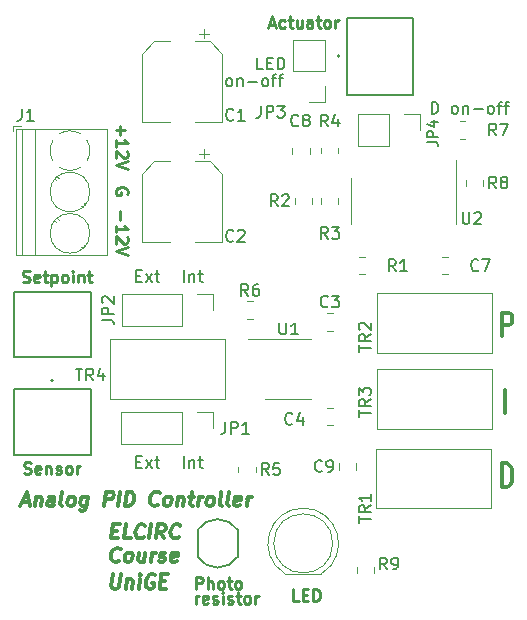
<source format=gbr>
%TF.GenerationSoftware,KiCad,Pcbnew,7.0.11-7.0.11~ubuntu22.04.1*%
%TF.CreationDate,2024-03-09T07:06:09+01:00*%
%TF.ProjectId,elcirc2024,656c6369-7263-4323-9032-342e6b696361,rev?*%
%TF.SameCoordinates,Original*%
%TF.FileFunction,Legend,Top*%
%TF.FilePolarity,Positive*%
%FSLAX46Y46*%
G04 Gerber Fmt 4.6, Leading zero omitted, Abs format (unit mm)*
G04 Created by KiCad (PCBNEW 7.0.11-7.0.11~ubuntu22.04.1) date 2024-03-09 07:06:09*
%MOMM*%
%LPD*%
G01*
G04 APERTURE LIST*
%ADD10C,0.250000*%
%ADD11C,0.375000*%
%ADD12C,0.200000*%
%ADD13C,0.300000*%
%ADD14C,0.150000*%
%ADD15C,0.120000*%
%ADD16C,0.127000*%
G04 APERTURE END LIST*
D10*
X90902568Y-103114619D02*
X90902568Y-102114619D01*
X90902568Y-102114619D02*
X91283520Y-102114619D01*
X91283520Y-102114619D02*
X91378758Y-102162238D01*
X91378758Y-102162238D02*
X91426377Y-102209857D01*
X91426377Y-102209857D02*
X91473996Y-102305095D01*
X91473996Y-102305095D02*
X91473996Y-102447952D01*
X91473996Y-102447952D02*
X91426377Y-102543190D01*
X91426377Y-102543190D02*
X91378758Y-102590809D01*
X91378758Y-102590809D02*
X91283520Y-102638428D01*
X91283520Y-102638428D02*
X90902568Y-102638428D01*
X91902568Y-103114619D02*
X91902568Y-102114619D01*
X92331139Y-103114619D02*
X92331139Y-102590809D01*
X92331139Y-102590809D02*
X92283520Y-102495571D01*
X92283520Y-102495571D02*
X92188282Y-102447952D01*
X92188282Y-102447952D02*
X92045425Y-102447952D01*
X92045425Y-102447952D02*
X91950187Y-102495571D01*
X91950187Y-102495571D02*
X91902568Y-102543190D01*
X92950187Y-103114619D02*
X92854949Y-103067000D01*
X92854949Y-103067000D02*
X92807330Y-103019380D01*
X92807330Y-103019380D02*
X92759711Y-102924142D01*
X92759711Y-102924142D02*
X92759711Y-102638428D01*
X92759711Y-102638428D02*
X92807330Y-102543190D01*
X92807330Y-102543190D02*
X92854949Y-102495571D01*
X92854949Y-102495571D02*
X92950187Y-102447952D01*
X92950187Y-102447952D02*
X93093044Y-102447952D01*
X93093044Y-102447952D02*
X93188282Y-102495571D01*
X93188282Y-102495571D02*
X93235901Y-102543190D01*
X93235901Y-102543190D02*
X93283520Y-102638428D01*
X93283520Y-102638428D02*
X93283520Y-102924142D01*
X93283520Y-102924142D02*
X93235901Y-103019380D01*
X93235901Y-103019380D02*
X93188282Y-103067000D01*
X93188282Y-103067000D02*
X93093044Y-103114619D01*
X93093044Y-103114619D02*
X92950187Y-103114619D01*
X93569235Y-102447952D02*
X93950187Y-102447952D01*
X93712092Y-102114619D02*
X93712092Y-102971761D01*
X93712092Y-102971761D02*
X93759711Y-103067000D01*
X93759711Y-103067000D02*
X93854949Y-103114619D01*
X93854949Y-103114619D02*
X93950187Y-103114619D01*
X94426378Y-103114619D02*
X94331140Y-103067000D01*
X94331140Y-103067000D02*
X94283521Y-103019380D01*
X94283521Y-103019380D02*
X94235902Y-102924142D01*
X94235902Y-102924142D02*
X94235902Y-102638428D01*
X94235902Y-102638428D02*
X94283521Y-102543190D01*
X94283521Y-102543190D02*
X94331140Y-102495571D01*
X94331140Y-102495571D02*
X94426378Y-102447952D01*
X94426378Y-102447952D02*
X94569235Y-102447952D01*
X94569235Y-102447952D02*
X94664473Y-102495571D01*
X94664473Y-102495571D02*
X94712092Y-102543190D01*
X94712092Y-102543190D02*
X94759711Y-102638428D01*
X94759711Y-102638428D02*
X94759711Y-102924142D01*
X94759711Y-102924142D02*
X94712092Y-103019380D01*
X94712092Y-103019380D02*
X94664473Y-103067000D01*
X94664473Y-103067000D02*
X94569235Y-103114619D01*
X94569235Y-103114619D02*
X94426378Y-103114619D01*
D11*
X116853852Y-94485738D02*
X116853852Y-92485738D01*
X116853852Y-92485738D02*
X117210995Y-92485738D01*
X117210995Y-92485738D02*
X117425281Y-92580976D01*
X117425281Y-92580976D02*
X117568138Y-92771452D01*
X117568138Y-92771452D02*
X117639567Y-92961928D01*
X117639567Y-92961928D02*
X117710995Y-93342880D01*
X117710995Y-93342880D02*
X117710995Y-93628595D01*
X117710995Y-93628595D02*
X117639567Y-94009547D01*
X117639567Y-94009547D02*
X117568138Y-94200023D01*
X117568138Y-94200023D02*
X117425281Y-94390500D01*
X117425281Y-94390500D02*
X117210995Y-94485738D01*
X117210995Y-94485738D02*
X116853852Y-94485738D01*
D10*
X76254949Y-77117000D02*
X76397806Y-77164619D01*
X76397806Y-77164619D02*
X76635901Y-77164619D01*
X76635901Y-77164619D02*
X76731139Y-77117000D01*
X76731139Y-77117000D02*
X76778758Y-77069380D01*
X76778758Y-77069380D02*
X76826377Y-76974142D01*
X76826377Y-76974142D02*
X76826377Y-76878904D01*
X76826377Y-76878904D02*
X76778758Y-76783666D01*
X76778758Y-76783666D02*
X76731139Y-76736047D01*
X76731139Y-76736047D02*
X76635901Y-76688428D01*
X76635901Y-76688428D02*
X76445425Y-76640809D01*
X76445425Y-76640809D02*
X76350187Y-76593190D01*
X76350187Y-76593190D02*
X76302568Y-76545571D01*
X76302568Y-76545571D02*
X76254949Y-76450333D01*
X76254949Y-76450333D02*
X76254949Y-76355095D01*
X76254949Y-76355095D02*
X76302568Y-76259857D01*
X76302568Y-76259857D02*
X76350187Y-76212238D01*
X76350187Y-76212238D02*
X76445425Y-76164619D01*
X76445425Y-76164619D02*
X76683520Y-76164619D01*
X76683520Y-76164619D02*
X76826377Y-76212238D01*
X77635901Y-77117000D02*
X77540663Y-77164619D01*
X77540663Y-77164619D02*
X77350187Y-77164619D01*
X77350187Y-77164619D02*
X77254949Y-77117000D01*
X77254949Y-77117000D02*
X77207330Y-77021761D01*
X77207330Y-77021761D02*
X77207330Y-76640809D01*
X77207330Y-76640809D02*
X77254949Y-76545571D01*
X77254949Y-76545571D02*
X77350187Y-76497952D01*
X77350187Y-76497952D02*
X77540663Y-76497952D01*
X77540663Y-76497952D02*
X77635901Y-76545571D01*
X77635901Y-76545571D02*
X77683520Y-76640809D01*
X77683520Y-76640809D02*
X77683520Y-76736047D01*
X77683520Y-76736047D02*
X77207330Y-76831285D01*
X77969235Y-76497952D02*
X78350187Y-76497952D01*
X78112092Y-76164619D02*
X78112092Y-77021761D01*
X78112092Y-77021761D02*
X78159711Y-77117000D01*
X78159711Y-77117000D02*
X78254949Y-77164619D01*
X78254949Y-77164619D02*
X78350187Y-77164619D01*
X78683521Y-76497952D02*
X78683521Y-77497952D01*
X78683521Y-76545571D02*
X78778759Y-76497952D01*
X78778759Y-76497952D02*
X78969235Y-76497952D01*
X78969235Y-76497952D02*
X79064473Y-76545571D01*
X79064473Y-76545571D02*
X79112092Y-76593190D01*
X79112092Y-76593190D02*
X79159711Y-76688428D01*
X79159711Y-76688428D02*
X79159711Y-76974142D01*
X79159711Y-76974142D02*
X79112092Y-77069380D01*
X79112092Y-77069380D02*
X79064473Y-77117000D01*
X79064473Y-77117000D02*
X78969235Y-77164619D01*
X78969235Y-77164619D02*
X78778759Y-77164619D01*
X78778759Y-77164619D02*
X78683521Y-77117000D01*
X79731140Y-77164619D02*
X79635902Y-77117000D01*
X79635902Y-77117000D02*
X79588283Y-77069380D01*
X79588283Y-77069380D02*
X79540664Y-76974142D01*
X79540664Y-76974142D02*
X79540664Y-76688428D01*
X79540664Y-76688428D02*
X79588283Y-76593190D01*
X79588283Y-76593190D02*
X79635902Y-76545571D01*
X79635902Y-76545571D02*
X79731140Y-76497952D01*
X79731140Y-76497952D02*
X79873997Y-76497952D01*
X79873997Y-76497952D02*
X79969235Y-76545571D01*
X79969235Y-76545571D02*
X80016854Y-76593190D01*
X80016854Y-76593190D02*
X80064473Y-76688428D01*
X80064473Y-76688428D02*
X80064473Y-76974142D01*
X80064473Y-76974142D02*
X80016854Y-77069380D01*
X80016854Y-77069380D02*
X79969235Y-77117000D01*
X79969235Y-77117000D02*
X79873997Y-77164619D01*
X79873997Y-77164619D02*
X79731140Y-77164619D01*
X80493045Y-77164619D02*
X80493045Y-76497952D01*
X80493045Y-76164619D02*
X80445426Y-76212238D01*
X80445426Y-76212238D02*
X80493045Y-76259857D01*
X80493045Y-76259857D02*
X80540664Y-76212238D01*
X80540664Y-76212238D02*
X80493045Y-76164619D01*
X80493045Y-76164619D02*
X80493045Y-76259857D01*
X80969235Y-76497952D02*
X80969235Y-77164619D01*
X80969235Y-76593190D02*
X81016854Y-76545571D01*
X81016854Y-76545571D02*
X81112092Y-76497952D01*
X81112092Y-76497952D02*
X81254949Y-76497952D01*
X81254949Y-76497952D02*
X81350187Y-76545571D01*
X81350187Y-76545571D02*
X81397806Y-76640809D01*
X81397806Y-76640809D02*
X81397806Y-77164619D01*
X81731140Y-76497952D02*
X82112092Y-76497952D01*
X81873997Y-76164619D02*
X81873997Y-77021761D01*
X81873997Y-77021761D02*
X81921616Y-77117000D01*
X81921616Y-77117000D02*
X82016854Y-77164619D01*
X82016854Y-77164619D02*
X82112092Y-77164619D01*
D12*
X89869673Y-77117219D02*
X89869673Y-76117219D01*
X90345863Y-76450552D02*
X90345863Y-77117219D01*
X90345863Y-76545790D02*
X90393482Y-76498171D01*
X90393482Y-76498171D02*
X90488720Y-76450552D01*
X90488720Y-76450552D02*
X90631577Y-76450552D01*
X90631577Y-76450552D02*
X90726815Y-76498171D01*
X90726815Y-76498171D02*
X90774434Y-76593409D01*
X90774434Y-76593409D02*
X90774434Y-77117219D01*
X91107768Y-76450552D02*
X91488720Y-76450552D01*
X91250625Y-76117219D02*
X91250625Y-76974361D01*
X91250625Y-76974361D02*
X91298244Y-77069600D01*
X91298244Y-77069600D02*
X91393482Y-77117219D01*
X91393482Y-77117219D02*
X91488720Y-77117219D01*
D10*
X84516333Y-71152568D02*
X84516333Y-71914473D01*
X84135380Y-72914472D02*
X84135380Y-72343044D01*
X84135380Y-72628758D02*
X85135380Y-72628758D01*
X85135380Y-72628758D02*
X84992523Y-72533520D01*
X84992523Y-72533520D02*
X84897285Y-72438282D01*
X84897285Y-72438282D02*
X84849666Y-72343044D01*
X85040142Y-73295425D02*
X85087761Y-73343044D01*
X85087761Y-73343044D02*
X85135380Y-73438282D01*
X85135380Y-73438282D02*
X85135380Y-73676377D01*
X85135380Y-73676377D02*
X85087761Y-73771615D01*
X85087761Y-73771615D02*
X85040142Y-73819234D01*
X85040142Y-73819234D02*
X84944904Y-73866853D01*
X84944904Y-73866853D02*
X84849666Y-73866853D01*
X84849666Y-73866853D02*
X84706809Y-73819234D01*
X84706809Y-73819234D02*
X84135380Y-73247806D01*
X84135380Y-73247806D02*
X84135380Y-73866853D01*
X85135380Y-74152568D02*
X84135380Y-74485901D01*
X84135380Y-74485901D02*
X85135380Y-74819234D01*
X99628758Y-104114619D02*
X99152568Y-104114619D01*
X99152568Y-104114619D02*
X99152568Y-103114619D01*
X99962092Y-103590809D02*
X100295425Y-103590809D01*
X100438282Y-104114619D02*
X99962092Y-104114619D01*
X99962092Y-104114619D02*
X99962092Y-103114619D01*
X99962092Y-103114619D02*
X100438282Y-103114619D01*
X100866854Y-104114619D02*
X100866854Y-103114619D01*
X100866854Y-103114619D02*
X101104949Y-103114619D01*
X101104949Y-103114619D02*
X101247806Y-103162238D01*
X101247806Y-103162238D02*
X101343044Y-103257476D01*
X101343044Y-103257476D02*
X101390663Y-103352714D01*
X101390663Y-103352714D02*
X101438282Y-103543190D01*
X101438282Y-103543190D02*
X101438282Y-103686047D01*
X101438282Y-103686047D02*
X101390663Y-103876523D01*
X101390663Y-103876523D02*
X101343044Y-103971761D01*
X101343044Y-103971761D02*
X101247806Y-104067000D01*
X101247806Y-104067000D02*
X101104949Y-104114619D01*
X101104949Y-104114619D02*
X100866854Y-104114619D01*
D11*
X116853852Y-81735738D02*
X116853852Y-79735738D01*
X116853852Y-79735738D02*
X117425281Y-79735738D01*
X117425281Y-79735738D02*
X117568138Y-79830976D01*
X117568138Y-79830976D02*
X117639567Y-79926214D01*
X117639567Y-79926214D02*
X117710995Y-80116690D01*
X117710995Y-80116690D02*
X117710995Y-80402404D01*
X117710995Y-80402404D02*
X117639567Y-80592880D01*
X117639567Y-80592880D02*
X117568138Y-80688119D01*
X117568138Y-80688119D02*
X117425281Y-80783357D01*
X117425281Y-80783357D02*
X116853852Y-80783357D01*
X117103852Y-88235738D02*
X117103852Y-86235738D01*
D10*
X85087761Y-69676377D02*
X85135380Y-69581139D01*
X85135380Y-69581139D02*
X85135380Y-69438282D01*
X85135380Y-69438282D02*
X85087761Y-69295425D01*
X85087761Y-69295425D02*
X84992523Y-69200187D01*
X84992523Y-69200187D02*
X84897285Y-69152568D01*
X84897285Y-69152568D02*
X84706809Y-69104949D01*
X84706809Y-69104949D02*
X84563952Y-69104949D01*
X84563952Y-69104949D02*
X84373476Y-69152568D01*
X84373476Y-69152568D02*
X84278238Y-69200187D01*
X84278238Y-69200187D02*
X84183000Y-69295425D01*
X84183000Y-69295425D02*
X84135380Y-69438282D01*
X84135380Y-69438282D02*
X84135380Y-69533520D01*
X84135380Y-69533520D02*
X84183000Y-69676377D01*
X84183000Y-69676377D02*
X84230619Y-69723996D01*
X84230619Y-69723996D02*
X84563952Y-69723996D01*
X84563952Y-69723996D02*
X84563952Y-69533520D01*
X76354949Y-93317000D02*
X76497806Y-93364619D01*
X76497806Y-93364619D02*
X76735901Y-93364619D01*
X76735901Y-93364619D02*
X76831139Y-93317000D01*
X76831139Y-93317000D02*
X76878758Y-93269380D01*
X76878758Y-93269380D02*
X76926377Y-93174142D01*
X76926377Y-93174142D02*
X76926377Y-93078904D01*
X76926377Y-93078904D02*
X76878758Y-92983666D01*
X76878758Y-92983666D02*
X76831139Y-92936047D01*
X76831139Y-92936047D02*
X76735901Y-92888428D01*
X76735901Y-92888428D02*
X76545425Y-92840809D01*
X76545425Y-92840809D02*
X76450187Y-92793190D01*
X76450187Y-92793190D02*
X76402568Y-92745571D01*
X76402568Y-92745571D02*
X76354949Y-92650333D01*
X76354949Y-92650333D02*
X76354949Y-92555095D01*
X76354949Y-92555095D02*
X76402568Y-92459857D01*
X76402568Y-92459857D02*
X76450187Y-92412238D01*
X76450187Y-92412238D02*
X76545425Y-92364619D01*
X76545425Y-92364619D02*
X76783520Y-92364619D01*
X76783520Y-92364619D02*
X76926377Y-92412238D01*
X77735901Y-93317000D02*
X77640663Y-93364619D01*
X77640663Y-93364619D02*
X77450187Y-93364619D01*
X77450187Y-93364619D02*
X77354949Y-93317000D01*
X77354949Y-93317000D02*
X77307330Y-93221761D01*
X77307330Y-93221761D02*
X77307330Y-92840809D01*
X77307330Y-92840809D02*
X77354949Y-92745571D01*
X77354949Y-92745571D02*
X77450187Y-92697952D01*
X77450187Y-92697952D02*
X77640663Y-92697952D01*
X77640663Y-92697952D02*
X77735901Y-92745571D01*
X77735901Y-92745571D02*
X77783520Y-92840809D01*
X77783520Y-92840809D02*
X77783520Y-92936047D01*
X77783520Y-92936047D02*
X77307330Y-93031285D01*
X78212092Y-92697952D02*
X78212092Y-93364619D01*
X78212092Y-92793190D02*
X78259711Y-92745571D01*
X78259711Y-92745571D02*
X78354949Y-92697952D01*
X78354949Y-92697952D02*
X78497806Y-92697952D01*
X78497806Y-92697952D02*
X78593044Y-92745571D01*
X78593044Y-92745571D02*
X78640663Y-92840809D01*
X78640663Y-92840809D02*
X78640663Y-93364619D01*
X79069235Y-93317000D02*
X79164473Y-93364619D01*
X79164473Y-93364619D02*
X79354949Y-93364619D01*
X79354949Y-93364619D02*
X79450187Y-93317000D01*
X79450187Y-93317000D02*
X79497806Y-93221761D01*
X79497806Y-93221761D02*
X79497806Y-93174142D01*
X79497806Y-93174142D02*
X79450187Y-93078904D01*
X79450187Y-93078904D02*
X79354949Y-93031285D01*
X79354949Y-93031285D02*
X79212092Y-93031285D01*
X79212092Y-93031285D02*
X79116854Y-92983666D01*
X79116854Y-92983666D02*
X79069235Y-92888428D01*
X79069235Y-92888428D02*
X79069235Y-92840809D01*
X79069235Y-92840809D02*
X79116854Y-92745571D01*
X79116854Y-92745571D02*
X79212092Y-92697952D01*
X79212092Y-92697952D02*
X79354949Y-92697952D01*
X79354949Y-92697952D02*
X79450187Y-92745571D01*
X80069235Y-93364619D02*
X79973997Y-93317000D01*
X79973997Y-93317000D02*
X79926378Y-93269380D01*
X79926378Y-93269380D02*
X79878759Y-93174142D01*
X79878759Y-93174142D02*
X79878759Y-92888428D01*
X79878759Y-92888428D02*
X79926378Y-92793190D01*
X79926378Y-92793190D02*
X79973997Y-92745571D01*
X79973997Y-92745571D02*
X80069235Y-92697952D01*
X80069235Y-92697952D02*
X80212092Y-92697952D01*
X80212092Y-92697952D02*
X80307330Y-92745571D01*
X80307330Y-92745571D02*
X80354949Y-92793190D01*
X80354949Y-92793190D02*
X80402568Y-92888428D01*
X80402568Y-92888428D02*
X80402568Y-93174142D01*
X80402568Y-93174142D02*
X80354949Y-93269380D01*
X80354949Y-93269380D02*
X80307330Y-93317000D01*
X80307330Y-93317000D02*
X80212092Y-93364619D01*
X80212092Y-93364619D02*
X80069235Y-93364619D01*
X80831140Y-93364619D02*
X80831140Y-92697952D01*
X80831140Y-92888428D02*
X80878759Y-92793190D01*
X80878759Y-92793190D02*
X80926378Y-92745571D01*
X80926378Y-92745571D02*
X81021616Y-92697952D01*
X81021616Y-92697952D02*
X81116854Y-92697952D01*
D12*
X85869673Y-76593409D02*
X86203006Y-76593409D01*
X86345863Y-77117219D02*
X85869673Y-77117219D01*
X85869673Y-77117219D02*
X85869673Y-76117219D01*
X85869673Y-76117219D02*
X86345863Y-76117219D01*
X86679197Y-77117219D02*
X87203006Y-76450552D01*
X86679197Y-76450552D02*
X87203006Y-77117219D01*
X87441102Y-76450552D02*
X87822054Y-76450552D01*
X87583959Y-76117219D02*
X87583959Y-76974361D01*
X87583959Y-76974361D02*
X87631578Y-77069600D01*
X87631578Y-77069600D02*
X87726816Y-77117219D01*
X87726816Y-77117219D02*
X87822054Y-77117219D01*
X93672530Y-60549438D02*
X93577292Y-60501819D01*
X93577292Y-60501819D02*
X93529673Y-60454199D01*
X93529673Y-60454199D02*
X93482054Y-60358961D01*
X93482054Y-60358961D02*
X93482054Y-60073247D01*
X93482054Y-60073247D02*
X93529673Y-59978009D01*
X93529673Y-59978009D02*
X93577292Y-59930390D01*
X93577292Y-59930390D02*
X93672530Y-59882771D01*
X93672530Y-59882771D02*
X93815387Y-59882771D01*
X93815387Y-59882771D02*
X93910625Y-59930390D01*
X93910625Y-59930390D02*
X93958244Y-59978009D01*
X93958244Y-59978009D02*
X94005863Y-60073247D01*
X94005863Y-60073247D02*
X94005863Y-60358961D01*
X94005863Y-60358961D02*
X93958244Y-60454199D01*
X93958244Y-60454199D02*
X93910625Y-60501819D01*
X93910625Y-60501819D02*
X93815387Y-60549438D01*
X93815387Y-60549438D02*
X93672530Y-60549438D01*
X94434435Y-59882771D02*
X94434435Y-60549438D01*
X94434435Y-59978009D02*
X94482054Y-59930390D01*
X94482054Y-59930390D02*
X94577292Y-59882771D01*
X94577292Y-59882771D02*
X94720149Y-59882771D01*
X94720149Y-59882771D02*
X94815387Y-59930390D01*
X94815387Y-59930390D02*
X94863006Y-60025628D01*
X94863006Y-60025628D02*
X94863006Y-60549438D01*
X95339197Y-60168485D02*
X96101102Y-60168485D01*
X96720149Y-60549438D02*
X96624911Y-60501819D01*
X96624911Y-60501819D02*
X96577292Y-60454199D01*
X96577292Y-60454199D02*
X96529673Y-60358961D01*
X96529673Y-60358961D02*
X96529673Y-60073247D01*
X96529673Y-60073247D02*
X96577292Y-59978009D01*
X96577292Y-59978009D02*
X96624911Y-59930390D01*
X96624911Y-59930390D02*
X96720149Y-59882771D01*
X96720149Y-59882771D02*
X96863006Y-59882771D01*
X96863006Y-59882771D02*
X96958244Y-59930390D01*
X96958244Y-59930390D02*
X97005863Y-59978009D01*
X97005863Y-59978009D02*
X97053482Y-60073247D01*
X97053482Y-60073247D02*
X97053482Y-60358961D01*
X97053482Y-60358961D02*
X97005863Y-60454199D01*
X97005863Y-60454199D02*
X96958244Y-60501819D01*
X96958244Y-60501819D02*
X96863006Y-60549438D01*
X96863006Y-60549438D02*
X96720149Y-60549438D01*
X97339197Y-59882771D02*
X97720149Y-59882771D01*
X97482054Y-60549438D02*
X97482054Y-59692295D01*
X97482054Y-59692295D02*
X97529673Y-59597057D01*
X97529673Y-59597057D02*
X97624911Y-59549438D01*
X97624911Y-59549438D02*
X97720149Y-59549438D01*
X97910626Y-59882771D02*
X98291578Y-59882771D01*
X98053483Y-60549438D02*
X98053483Y-59692295D01*
X98053483Y-59692295D02*
X98101102Y-59597057D01*
X98101102Y-59597057D02*
X98196340Y-59549438D01*
X98196340Y-59549438D02*
X98291578Y-59549438D01*
D10*
X84516333Y-63902568D02*
X84516333Y-64664473D01*
X84135380Y-64283520D02*
X84897285Y-64283520D01*
X84135380Y-65664472D02*
X84135380Y-65093044D01*
X84135380Y-65378758D02*
X85135380Y-65378758D01*
X85135380Y-65378758D02*
X84992523Y-65283520D01*
X84992523Y-65283520D02*
X84897285Y-65188282D01*
X84897285Y-65188282D02*
X84849666Y-65093044D01*
X85040142Y-66045425D02*
X85087761Y-66093044D01*
X85087761Y-66093044D02*
X85135380Y-66188282D01*
X85135380Y-66188282D02*
X85135380Y-66426377D01*
X85135380Y-66426377D02*
X85087761Y-66521615D01*
X85087761Y-66521615D02*
X85040142Y-66569234D01*
X85040142Y-66569234D02*
X84944904Y-66616853D01*
X84944904Y-66616853D02*
X84849666Y-66616853D01*
X84849666Y-66616853D02*
X84706809Y-66569234D01*
X84706809Y-66569234D02*
X84135380Y-65997806D01*
X84135380Y-65997806D02*
X84135380Y-66616853D01*
X85135380Y-66902568D02*
X84135380Y-67235901D01*
X84135380Y-67235901D02*
X85135380Y-67569234D01*
D13*
X84425939Y-100723257D02*
X84361653Y-100780400D01*
X84361653Y-100780400D02*
X84183082Y-100837542D01*
X84183082Y-100837542D02*
X84068796Y-100837542D01*
X84068796Y-100837542D02*
X83904510Y-100780400D01*
X83904510Y-100780400D02*
X83804510Y-100666114D01*
X83804510Y-100666114D02*
X83761653Y-100551828D01*
X83761653Y-100551828D02*
X83733082Y-100323257D01*
X83733082Y-100323257D02*
X83754510Y-100151828D01*
X83754510Y-100151828D02*
X83840225Y-99923257D01*
X83840225Y-99923257D02*
X83911653Y-99808971D01*
X83911653Y-99808971D02*
X84040225Y-99694685D01*
X84040225Y-99694685D02*
X84218796Y-99637542D01*
X84218796Y-99637542D02*
X84333082Y-99637542D01*
X84333082Y-99637542D02*
X84497368Y-99694685D01*
X84497368Y-99694685D02*
X84547368Y-99751828D01*
X85097368Y-100837542D02*
X84990225Y-100780400D01*
X84990225Y-100780400D02*
X84940225Y-100723257D01*
X84940225Y-100723257D02*
X84897368Y-100608971D01*
X84897368Y-100608971D02*
X84940225Y-100266114D01*
X84940225Y-100266114D02*
X85011653Y-100151828D01*
X85011653Y-100151828D02*
X85075939Y-100094685D01*
X85075939Y-100094685D02*
X85197368Y-100037542D01*
X85197368Y-100037542D02*
X85368796Y-100037542D01*
X85368796Y-100037542D02*
X85475939Y-100094685D01*
X85475939Y-100094685D02*
X85525939Y-100151828D01*
X85525939Y-100151828D02*
X85568796Y-100266114D01*
X85568796Y-100266114D02*
X85525939Y-100608971D01*
X85525939Y-100608971D02*
X85454510Y-100723257D01*
X85454510Y-100723257D02*
X85390225Y-100780400D01*
X85390225Y-100780400D02*
X85268796Y-100837542D01*
X85268796Y-100837542D02*
X85097368Y-100837542D01*
X86625939Y-100037542D02*
X86525939Y-100837542D01*
X86111653Y-100037542D02*
X86033082Y-100666114D01*
X86033082Y-100666114D02*
X86075939Y-100780400D01*
X86075939Y-100780400D02*
X86183082Y-100837542D01*
X86183082Y-100837542D02*
X86354510Y-100837542D01*
X86354510Y-100837542D02*
X86475939Y-100780400D01*
X86475939Y-100780400D02*
X86540224Y-100723257D01*
X87097367Y-100837542D02*
X87197367Y-100037542D01*
X87168796Y-100266114D02*
X87240224Y-100151828D01*
X87240224Y-100151828D02*
X87304510Y-100094685D01*
X87304510Y-100094685D02*
X87425938Y-100037542D01*
X87425938Y-100037542D02*
X87540224Y-100037542D01*
X87790224Y-100780400D02*
X87897367Y-100837542D01*
X87897367Y-100837542D02*
X88125938Y-100837542D01*
X88125938Y-100837542D02*
X88247367Y-100780400D01*
X88247367Y-100780400D02*
X88318795Y-100666114D01*
X88318795Y-100666114D02*
X88325938Y-100608971D01*
X88325938Y-100608971D02*
X88283081Y-100494685D01*
X88283081Y-100494685D02*
X88175938Y-100437542D01*
X88175938Y-100437542D02*
X88004510Y-100437542D01*
X88004510Y-100437542D02*
X87897367Y-100380400D01*
X87897367Y-100380400D02*
X87854510Y-100266114D01*
X87854510Y-100266114D02*
X87861653Y-100208971D01*
X87861653Y-100208971D02*
X87933081Y-100094685D01*
X87933081Y-100094685D02*
X88054510Y-100037542D01*
X88054510Y-100037542D02*
X88225938Y-100037542D01*
X88225938Y-100037542D02*
X88333081Y-100094685D01*
X89275939Y-100780400D02*
X89154510Y-100837542D01*
X89154510Y-100837542D02*
X88925939Y-100837542D01*
X88925939Y-100837542D02*
X88818796Y-100780400D01*
X88818796Y-100780400D02*
X88775939Y-100666114D01*
X88775939Y-100666114D02*
X88833082Y-100208971D01*
X88833082Y-100208971D02*
X88904510Y-100094685D01*
X88904510Y-100094685D02*
X89025939Y-100037542D01*
X89025939Y-100037542D02*
X89254510Y-100037542D01*
X89254510Y-100037542D02*
X89361653Y-100094685D01*
X89361653Y-100094685D02*
X89404510Y-100208971D01*
X89404510Y-100208971D02*
X89390224Y-100323257D01*
X89390224Y-100323257D02*
X88804510Y-100437542D01*
D12*
X89869673Y-92867219D02*
X89869673Y-91867219D01*
X90345863Y-92200552D02*
X90345863Y-92867219D01*
X90345863Y-92295790D02*
X90393482Y-92248171D01*
X90393482Y-92248171D02*
X90488720Y-92200552D01*
X90488720Y-92200552D02*
X90631577Y-92200552D01*
X90631577Y-92200552D02*
X90726815Y-92248171D01*
X90726815Y-92248171D02*
X90774434Y-92343409D01*
X90774434Y-92343409D02*
X90774434Y-92867219D01*
X91107768Y-92200552D02*
X91488720Y-92200552D01*
X91250625Y-91867219D02*
X91250625Y-92724361D01*
X91250625Y-92724361D02*
X91298244Y-92819600D01*
X91298244Y-92819600D02*
X91393482Y-92867219D01*
X91393482Y-92867219D02*
X91488720Y-92867219D01*
X85869673Y-92343409D02*
X86203006Y-92343409D01*
X86345863Y-92867219D02*
X85869673Y-92867219D01*
X85869673Y-92867219D02*
X85869673Y-91867219D01*
X85869673Y-91867219D02*
X86345863Y-91867219D01*
X86679197Y-92867219D02*
X87203006Y-92200552D01*
X86679197Y-92200552D02*
X87203006Y-92867219D01*
X87441102Y-92200552D02*
X87822054Y-92200552D01*
X87583959Y-91867219D02*
X87583959Y-92724361D01*
X87583959Y-92724361D02*
X87631578Y-92819600D01*
X87631578Y-92819600D02*
X87726816Y-92867219D01*
X87726816Y-92867219D02*
X87822054Y-92867219D01*
X96595863Y-59117219D02*
X96119673Y-59117219D01*
X96119673Y-59117219D02*
X96119673Y-58117219D01*
X96929197Y-58593409D02*
X97262530Y-58593409D01*
X97405387Y-59117219D02*
X96929197Y-59117219D01*
X96929197Y-59117219D02*
X96929197Y-58117219D01*
X96929197Y-58117219D02*
X97405387Y-58117219D01*
X97833959Y-59117219D02*
X97833959Y-58117219D01*
X97833959Y-58117219D02*
X98072054Y-58117219D01*
X98072054Y-58117219D02*
X98214911Y-58164838D01*
X98214911Y-58164838D02*
X98310149Y-58260076D01*
X98310149Y-58260076D02*
X98357768Y-58355314D01*
X98357768Y-58355314D02*
X98405387Y-58545790D01*
X98405387Y-58545790D02*
X98405387Y-58688647D01*
X98405387Y-58688647D02*
X98357768Y-58879123D01*
X98357768Y-58879123D02*
X98310149Y-58974361D01*
X98310149Y-58974361D02*
X98214911Y-59069600D01*
X98214911Y-59069600D02*
X98072054Y-59117219D01*
X98072054Y-59117219D02*
X97833959Y-59117219D01*
D13*
X76211653Y-95744685D02*
X76783082Y-95744685D01*
X76054510Y-96087542D02*
X76604510Y-94887542D01*
X76604510Y-94887542D02*
X76854510Y-96087542D01*
X77354510Y-95287542D02*
X77254510Y-96087542D01*
X77340224Y-95401828D02*
X77404510Y-95344685D01*
X77404510Y-95344685D02*
X77525939Y-95287542D01*
X77525939Y-95287542D02*
X77697367Y-95287542D01*
X77697367Y-95287542D02*
X77804510Y-95344685D01*
X77804510Y-95344685D02*
X77847367Y-95458971D01*
X77847367Y-95458971D02*
X77768796Y-96087542D01*
X78854510Y-96087542D02*
X78933081Y-95458971D01*
X78933081Y-95458971D02*
X78890224Y-95344685D01*
X78890224Y-95344685D02*
X78783081Y-95287542D01*
X78783081Y-95287542D02*
X78554510Y-95287542D01*
X78554510Y-95287542D02*
X78433081Y-95344685D01*
X78861653Y-96030400D02*
X78740224Y-96087542D01*
X78740224Y-96087542D02*
X78454510Y-96087542D01*
X78454510Y-96087542D02*
X78347367Y-96030400D01*
X78347367Y-96030400D02*
X78304510Y-95916114D01*
X78304510Y-95916114D02*
X78318795Y-95801828D01*
X78318795Y-95801828D02*
X78390224Y-95687542D01*
X78390224Y-95687542D02*
X78511653Y-95630400D01*
X78511653Y-95630400D02*
X78797367Y-95630400D01*
X78797367Y-95630400D02*
X78918795Y-95573257D01*
X79597367Y-96087542D02*
X79490224Y-96030400D01*
X79490224Y-96030400D02*
X79447367Y-95916114D01*
X79447367Y-95916114D02*
X79575938Y-94887542D01*
X80225938Y-96087542D02*
X80118795Y-96030400D01*
X80118795Y-96030400D02*
X80068795Y-95973257D01*
X80068795Y-95973257D02*
X80025938Y-95858971D01*
X80025938Y-95858971D02*
X80068795Y-95516114D01*
X80068795Y-95516114D02*
X80140223Y-95401828D01*
X80140223Y-95401828D02*
X80204509Y-95344685D01*
X80204509Y-95344685D02*
X80325938Y-95287542D01*
X80325938Y-95287542D02*
X80497366Y-95287542D01*
X80497366Y-95287542D02*
X80604509Y-95344685D01*
X80604509Y-95344685D02*
X80654509Y-95401828D01*
X80654509Y-95401828D02*
X80697366Y-95516114D01*
X80697366Y-95516114D02*
X80654509Y-95858971D01*
X80654509Y-95858971D02*
X80583080Y-95973257D01*
X80583080Y-95973257D02*
X80518795Y-96030400D01*
X80518795Y-96030400D02*
X80397366Y-96087542D01*
X80397366Y-96087542D02*
X80225938Y-96087542D01*
X81754509Y-95287542D02*
X81633080Y-96258971D01*
X81633080Y-96258971D02*
X81561652Y-96373257D01*
X81561652Y-96373257D02*
X81497366Y-96430400D01*
X81497366Y-96430400D02*
X81375937Y-96487542D01*
X81375937Y-96487542D02*
X81204509Y-96487542D01*
X81204509Y-96487542D02*
X81097366Y-96430400D01*
X81661652Y-96030400D02*
X81540223Y-96087542D01*
X81540223Y-96087542D02*
X81311652Y-96087542D01*
X81311652Y-96087542D02*
X81204509Y-96030400D01*
X81204509Y-96030400D02*
X81154509Y-95973257D01*
X81154509Y-95973257D02*
X81111652Y-95858971D01*
X81111652Y-95858971D02*
X81154509Y-95516114D01*
X81154509Y-95516114D02*
X81225937Y-95401828D01*
X81225937Y-95401828D02*
X81290223Y-95344685D01*
X81290223Y-95344685D02*
X81411652Y-95287542D01*
X81411652Y-95287542D02*
X81640223Y-95287542D01*
X81640223Y-95287542D02*
X81747366Y-95344685D01*
X83140223Y-96087542D02*
X83290223Y-94887542D01*
X83290223Y-94887542D02*
X83747366Y-94887542D01*
X83747366Y-94887542D02*
X83854509Y-94944685D01*
X83854509Y-94944685D02*
X83904509Y-95001828D01*
X83904509Y-95001828D02*
X83947366Y-95116114D01*
X83947366Y-95116114D02*
X83925937Y-95287542D01*
X83925937Y-95287542D02*
X83854509Y-95401828D01*
X83854509Y-95401828D02*
X83790223Y-95458971D01*
X83790223Y-95458971D02*
X83668794Y-95516114D01*
X83668794Y-95516114D02*
X83211652Y-95516114D01*
X84340223Y-96087542D02*
X84490223Y-94887542D01*
X84911652Y-96087542D02*
X85061652Y-94887542D01*
X85061652Y-94887542D02*
X85347366Y-94887542D01*
X85347366Y-94887542D02*
X85511652Y-94944685D01*
X85511652Y-94944685D02*
X85611652Y-95058971D01*
X85611652Y-95058971D02*
X85654509Y-95173257D01*
X85654509Y-95173257D02*
X85683081Y-95401828D01*
X85683081Y-95401828D02*
X85661652Y-95573257D01*
X85661652Y-95573257D02*
X85575938Y-95801828D01*
X85575938Y-95801828D02*
X85504509Y-95916114D01*
X85504509Y-95916114D02*
X85375938Y-96030400D01*
X85375938Y-96030400D02*
X85197366Y-96087542D01*
X85197366Y-96087542D02*
X84911652Y-96087542D01*
X87725938Y-95973257D02*
X87661652Y-96030400D01*
X87661652Y-96030400D02*
X87483081Y-96087542D01*
X87483081Y-96087542D02*
X87368795Y-96087542D01*
X87368795Y-96087542D02*
X87204509Y-96030400D01*
X87204509Y-96030400D02*
X87104509Y-95916114D01*
X87104509Y-95916114D02*
X87061652Y-95801828D01*
X87061652Y-95801828D02*
X87033081Y-95573257D01*
X87033081Y-95573257D02*
X87054509Y-95401828D01*
X87054509Y-95401828D02*
X87140224Y-95173257D01*
X87140224Y-95173257D02*
X87211652Y-95058971D01*
X87211652Y-95058971D02*
X87340224Y-94944685D01*
X87340224Y-94944685D02*
X87518795Y-94887542D01*
X87518795Y-94887542D02*
X87633081Y-94887542D01*
X87633081Y-94887542D02*
X87797367Y-94944685D01*
X87797367Y-94944685D02*
X87847367Y-95001828D01*
X88397367Y-96087542D02*
X88290224Y-96030400D01*
X88290224Y-96030400D02*
X88240224Y-95973257D01*
X88240224Y-95973257D02*
X88197367Y-95858971D01*
X88197367Y-95858971D02*
X88240224Y-95516114D01*
X88240224Y-95516114D02*
X88311652Y-95401828D01*
X88311652Y-95401828D02*
X88375938Y-95344685D01*
X88375938Y-95344685D02*
X88497367Y-95287542D01*
X88497367Y-95287542D02*
X88668795Y-95287542D01*
X88668795Y-95287542D02*
X88775938Y-95344685D01*
X88775938Y-95344685D02*
X88825938Y-95401828D01*
X88825938Y-95401828D02*
X88868795Y-95516114D01*
X88868795Y-95516114D02*
X88825938Y-95858971D01*
X88825938Y-95858971D02*
X88754509Y-95973257D01*
X88754509Y-95973257D02*
X88690224Y-96030400D01*
X88690224Y-96030400D02*
X88568795Y-96087542D01*
X88568795Y-96087542D02*
X88397367Y-96087542D01*
X89411652Y-95287542D02*
X89311652Y-96087542D01*
X89397366Y-95401828D02*
X89461652Y-95344685D01*
X89461652Y-95344685D02*
X89583081Y-95287542D01*
X89583081Y-95287542D02*
X89754509Y-95287542D01*
X89754509Y-95287542D02*
X89861652Y-95344685D01*
X89861652Y-95344685D02*
X89904509Y-95458971D01*
X89904509Y-95458971D02*
X89825938Y-96087542D01*
X90325937Y-95287542D02*
X90783080Y-95287542D01*
X90547366Y-94887542D02*
X90418795Y-95916114D01*
X90418795Y-95916114D02*
X90461652Y-96030400D01*
X90461652Y-96030400D02*
X90568795Y-96087542D01*
X90568795Y-96087542D02*
X90683080Y-96087542D01*
X91083080Y-96087542D02*
X91183080Y-95287542D01*
X91154509Y-95516114D02*
X91225937Y-95401828D01*
X91225937Y-95401828D02*
X91290223Y-95344685D01*
X91290223Y-95344685D02*
X91411651Y-95287542D01*
X91411651Y-95287542D02*
X91525937Y-95287542D01*
X91997366Y-96087542D02*
X91890223Y-96030400D01*
X91890223Y-96030400D02*
X91840223Y-95973257D01*
X91840223Y-95973257D02*
X91797366Y-95858971D01*
X91797366Y-95858971D02*
X91840223Y-95516114D01*
X91840223Y-95516114D02*
X91911651Y-95401828D01*
X91911651Y-95401828D02*
X91975937Y-95344685D01*
X91975937Y-95344685D02*
X92097366Y-95287542D01*
X92097366Y-95287542D02*
X92268794Y-95287542D01*
X92268794Y-95287542D02*
X92375937Y-95344685D01*
X92375937Y-95344685D02*
X92425937Y-95401828D01*
X92425937Y-95401828D02*
X92468794Y-95516114D01*
X92468794Y-95516114D02*
X92425937Y-95858971D01*
X92425937Y-95858971D02*
X92354508Y-95973257D01*
X92354508Y-95973257D02*
X92290223Y-96030400D01*
X92290223Y-96030400D02*
X92168794Y-96087542D01*
X92168794Y-96087542D02*
X91997366Y-96087542D01*
X93083080Y-96087542D02*
X92975937Y-96030400D01*
X92975937Y-96030400D02*
X92933080Y-95916114D01*
X92933080Y-95916114D02*
X93061651Y-94887542D01*
X93711651Y-96087542D02*
X93604508Y-96030400D01*
X93604508Y-96030400D02*
X93561651Y-95916114D01*
X93561651Y-95916114D02*
X93690222Y-94887542D01*
X94633079Y-96030400D02*
X94511650Y-96087542D01*
X94511650Y-96087542D02*
X94283079Y-96087542D01*
X94283079Y-96087542D02*
X94175936Y-96030400D01*
X94175936Y-96030400D02*
X94133079Y-95916114D01*
X94133079Y-95916114D02*
X94190222Y-95458971D01*
X94190222Y-95458971D02*
X94261650Y-95344685D01*
X94261650Y-95344685D02*
X94383079Y-95287542D01*
X94383079Y-95287542D02*
X94611650Y-95287542D01*
X94611650Y-95287542D02*
X94718793Y-95344685D01*
X94718793Y-95344685D02*
X94761650Y-95458971D01*
X94761650Y-95458971D02*
X94747364Y-95573257D01*
X94747364Y-95573257D02*
X94161650Y-95687542D01*
X95197364Y-96087542D02*
X95297364Y-95287542D01*
X95268793Y-95516114D02*
X95340221Y-95401828D01*
X95340221Y-95401828D02*
X95404507Y-95344685D01*
X95404507Y-95344685D02*
X95525935Y-95287542D01*
X95525935Y-95287542D02*
X95640221Y-95287542D01*
D12*
X110869673Y-62867219D02*
X110869673Y-61867219D01*
X110869673Y-61867219D02*
X111107768Y-61867219D01*
X111107768Y-61867219D02*
X111250625Y-61914838D01*
X111250625Y-61914838D02*
X111345863Y-62010076D01*
X111345863Y-62010076D02*
X111393482Y-62105314D01*
X111393482Y-62105314D02*
X111441101Y-62295790D01*
X111441101Y-62295790D02*
X111441101Y-62438647D01*
X111441101Y-62438647D02*
X111393482Y-62629123D01*
X111393482Y-62629123D02*
X111345863Y-62724361D01*
X111345863Y-62724361D02*
X111250625Y-62819600D01*
X111250625Y-62819600D02*
X111107768Y-62867219D01*
X111107768Y-62867219D02*
X110869673Y-62867219D01*
X112774435Y-62867219D02*
X112679197Y-62819600D01*
X112679197Y-62819600D02*
X112631578Y-62771980D01*
X112631578Y-62771980D02*
X112583959Y-62676742D01*
X112583959Y-62676742D02*
X112583959Y-62391028D01*
X112583959Y-62391028D02*
X112631578Y-62295790D01*
X112631578Y-62295790D02*
X112679197Y-62248171D01*
X112679197Y-62248171D02*
X112774435Y-62200552D01*
X112774435Y-62200552D02*
X112917292Y-62200552D01*
X112917292Y-62200552D02*
X113012530Y-62248171D01*
X113012530Y-62248171D02*
X113060149Y-62295790D01*
X113060149Y-62295790D02*
X113107768Y-62391028D01*
X113107768Y-62391028D02*
X113107768Y-62676742D01*
X113107768Y-62676742D02*
X113060149Y-62771980D01*
X113060149Y-62771980D02*
X113012530Y-62819600D01*
X113012530Y-62819600D02*
X112917292Y-62867219D01*
X112917292Y-62867219D02*
X112774435Y-62867219D01*
X113536340Y-62200552D02*
X113536340Y-62867219D01*
X113536340Y-62295790D02*
X113583959Y-62248171D01*
X113583959Y-62248171D02*
X113679197Y-62200552D01*
X113679197Y-62200552D02*
X113822054Y-62200552D01*
X113822054Y-62200552D02*
X113917292Y-62248171D01*
X113917292Y-62248171D02*
X113964911Y-62343409D01*
X113964911Y-62343409D02*
X113964911Y-62867219D01*
X114441102Y-62486266D02*
X115203007Y-62486266D01*
X115822054Y-62867219D02*
X115726816Y-62819600D01*
X115726816Y-62819600D02*
X115679197Y-62771980D01*
X115679197Y-62771980D02*
X115631578Y-62676742D01*
X115631578Y-62676742D02*
X115631578Y-62391028D01*
X115631578Y-62391028D02*
X115679197Y-62295790D01*
X115679197Y-62295790D02*
X115726816Y-62248171D01*
X115726816Y-62248171D02*
X115822054Y-62200552D01*
X115822054Y-62200552D02*
X115964911Y-62200552D01*
X115964911Y-62200552D02*
X116060149Y-62248171D01*
X116060149Y-62248171D02*
X116107768Y-62295790D01*
X116107768Y-62295790D02*
X116155387Y-62391028D01*
X116155387Y-62391028D02*
X116155387Y-62676742D01*
X116155387Y-62676742D02*
X116107768Y-62771980D01*
X116107768Y-62771980D02*
X116060149Y-62819600D01*
X116060149Y-62819600D02*
X115964911Y-62867219D01*
X115964911Y-62867219D02*
X115822054Y-62867219D01*
X116441102Y-62200552D02*
X116822054Y-62200552D01*
X116583959Y-62867219D02*
X116583959Y-62010076D01*
X116583959Y-62010076D02*
X116631578Y-61914838D01*
X116631578Y-61914838D02*
X116726816Y-61867219D01*
X116726816Y-61867219D02*
X116822054Y-61867219D01*
X117012531Y-62200552D02*
X117393483Y-62200552D01*
X117155388Y-62867219D02*
X117155388Y-62010076D01*
X117155388Y-62010076D02*
X117203007Y-61914838D01*
X117203007Y-61914838D02*
X117298245Y-61867219D01*
X117298245Y-61867219D02*
X117393483Y-61867219D01*
D13*
X83875939Y-101887542D02*
X83754510Y-102858971D01*
X83754510Y-102858971D02*
X83797368Y-102973257D01*
X83797368Y-102973257D02*
X83847368Y-103030400D01*
X83847368Y-103030400D02*
X83954510Y-103087542D01*
X83954510Y-103087542D02*
X84183082Y-103087542D01*
X84183082Y-103087542D02*
X84304510Y-103030400D01*
X84304510Y-103030400D02*
X84368796Y-102973257D01*
X84368796Y-102973257D02*
X84440225Y-102858971D01*
X84440225Y-102858971D02*
X84561653Y-101887542D01*
X85083082Y-102287542D02*
X84983082Y-103087542D01*
X85068796Y-102401828D02*
X85133082Y-102344685D01*
X85133082Y-102344685D02*
X85254511Y-102287542D01*
X85254511Y-102287542D02*
X85425939Y-102287542D01*
X85425939Y-102287542D02*
X85533082Y-102344685D01*
X85533082Y-102344685D02*
X85575939Y-102458971D01*
X85575939Y-102458971D02*
X85497368Y-103087542D01*
X86068796Y-103087542D02*
X86168796Y-102287542D01*
X86218796Y-101887542D02*
X86154510Y-101944685D01*
X86154510Y-101944685D02*
X86204510Y-102001828D01*
X86204510Y-102001828D02*
X86268796Y-101944685D01*
X86268796Y-101944685D02*
X86218796Y-101887542D01*
X86218796Y-101887542D02*
X86204510Y-102001828D01*
X87411654Y-101944685D02*
X87304511Y-101887542D01*
X87304511Y-101887542D02*
X87133082Y-101887542D01*
X87133082Y-101887542D02*
X86954511Y-101944685D01*
X86954511Y-101944685D02*
X86825939Y-102058971D01*
X86825939Y-102058971D02*
X86754511Y-102173257D01*
X86754511Y-102173257D02*
X86668796Y-102401828D01*
X86668796Y-102401828D02*
X86647368Y-102573257D01*
X86647368Y-102573257D02*
X86675939Y-102801828D01*
X86675939Y-102801828D02*
X86718796Y-102916114D01*
X86718796Y-102916114D02*
X86818796Y-103030400D01*
X86818796Y-103030400D02*
X86983082Y-103087542D01*
X86983082Y-103087542D02*
X87097368Y-103087542D01*
X87097368Y-103087542D02*
X87275939Y-103030400D01*
X87275939Y-103030400D02*
X87340225Y-102973257D01*
X87340225Y-102973257D02*
X87390225Y-102573257D01*
X87390225Y-102573257D02*
X87161654Y-102573257D01*
X87918796Y-102458971D02*
X88318796Y-102458971D01*
X88411654Y-103087542D02*
X87840225Y-103087542D01*
X87840225Y-103087542D02*
X87990225Y-101887542D01*
X87990225Y-101887542D02*
X88561654Y-101887542D01*
D10*
X90902568Y-104364619D02*
X90902568Y-103697952D01*
X90902568Y-103888428D02*
X90950187Y-103793190D01*
X90950187Y-103793190D02*
X90997806Y-103745571D01*
X90997806Y-103745571D02*
X91093044Y-103697952D01*
X91093044Y-103697952D02*
X91188282Y-103697952D01*
X91902568Y-104317000D02*
X91807330Y-104364619D01*
X91807330Y-104364619D02*
X91616854Y-104364619D01*
X91616854Y-104364619D02*
X91521616Y-104317000D01*
X91521616Y-104317000D02*
X91473997Y-104221761D01*
X91473997Y-104221761D02*
X91473997Y-103840809D01*
X91473997Y-103840809D02*
X91521616Y-103745571D01*
X91521616Y-103745571D02*
X91616854Y-103697952D01*
X91616854Y-103697952D02*
X91807330Y-103697952D01*
X91807330Y-103697952D02*
X91902568Y-103745571D01*
X91902568Y-103745571D02*
X91950187Y-103840809D01*
X91950187Y-103840809D02*
X91950187Y-103936047D01*
X91950187Y-103936047D02*
X91473997Y-104031285D01*
X92331140Y-104317000D02*
X92426378Y-104364619D01*
X92426378Y-104364619D02*
X92616854Y-104364619D01*
X92616854Y-104364619D02*
X92712092Y-104317000D01*
X92712092Y-104317000D02*
X92759711Y-104221761D01*
X92759711Y-104221761D02*
X92759711Y-104174142D01*
X92759711Y-104174142D02*
X92712092Y-104078904D01*
X92712092Y-104078904D02*
X92616854Y-104031285D01*
X92616854Y-104031285D02*
X92473997Y-104031285D01*
X92473997Y-104031285D02*
X92378759Y-103983666D01*
X92378759Y-103983666D02*
X92331140Y-103888428D01*
X92331140Y-103888428D02*
X92331140Y-103840809D01*
X92331140Y-103840809D02*
X92378759Y-103745571D01*
X92378759Y-103745571D02*
X92473997Y-103697952D01*
X92473997Y-103697952D02*
X92616854Y-103697952D01*
X92616854Y-103697952D02*
X92712092Y-103745571D01*
X93188283Y-104364619D02*
X93188283Y-103697952D01*
X93188283Y-103364619D02*
X93140664Y-103412238D01*
X93140664Y-103412238D02*
X93188283Y-103459857D01*
X93188283Y-103459857D02*
X93235902Y-103412238D01*
X93235902Y-103412238D02*
X93188283Y-103364619D01*
X93188283Y-103364619D02*
X93188283Y-103459857D01*
X93616854Y-104317000D02*
X93712092Y-104364619D01*
X93712092Y-104364619D02*
X93902568Y-104364619D01*
X93902568Y-104364619D02*
X93997806Y-104317000D01*
X93997806Y-104317000D02*
X94045425Y-104221761D01*
X94045425Y-104221761D02*
X94045425Y-104174142D01*
X94045425Y-104174142D02*
X93997806Y-104078904D01*
X93997806Y-104078904D02*
X93902568Y-104031285D01*
X93902568Y-104031285D02*
X93759711Y-104031285D01*
X93759711Y-104031285D02*
X93664473Y-103983666D01*
X93664473Y-103983666D02*
X93616854Y-103888428D01*
X93616854Y-103888428D02*
X93616854Y-103840809D01*
X93616854Y-103840809D02*
X93664473Y-103745571D01*
X93664473Y-103745571D02*
X93759711Y-103697952D01*
X93759711Y-103697952D02*
X93902568Y-103697952D01*
X93902568Y-103697952D02*
X93997806Y-103745571D01*
X94331140Y-103697952D02*
X94712092Y-103697952D01*
X94473997Y-103364619D02*
X94473997Y-104221761D01*
X94473997Y-104221761D02*
X94521616Y-104317000D01*
X94521616Y-104317000D02*
X94616854Y-104364619D01*
X94616854Y-104364619D02*
X94712092Y-104364619D01*
X95188283Y-104364619D02*
X95093045Y-104317000D01*
X95093045Y-104317000D02*
X95045426Y-104269380D01*
X95045426Y-104269380D02*
X94997807Y-104174142D01*
X94997807Y-104174142D02*
X94997807Y-103888428D01*
X94997807Y-103888428D02*
X95045426Y-103793190D01*
X95045426Y-103793190D02*
X95093045Y-103745571D01*
X95093045Y-103745571D02*
X95188283Y-103697952D01*
X95188283Y-103697952D02*
X95331140Y-103697952D01*
X95331140Y-103697952D02*
X95426378Y-103745571D01*
X95426378Y-103745571D02*
X95473997Y-103793190D01*
X95473997Y-103793190D02*
X95521616Y-103888428D01*
X95521616Y-103888428D02*
X95521616Y-104174142D01*
X95521616Y-104174142D02*
X95473997Y-104269380D01*
X95473997Y-104269380D02*
X95426378Y-104317000D01*
X95426378Y-104317000D02*
X95331140Y-104364619D01*
X95331140Y-104364619D02*
X95188283Y-104364619D01*
X95950188Y-104364619D02*
X95950188Y-103697952D01*
X95950188Y-103888428D02*
X95997807Y-103793190D01*
X95997807Y-103793190D02*
X96045426Y-103745571D01*
X96045426Y-103745571D02*
X96140664Y-103697952D01*
X96140664Y-103697952D02*
X96235902Y-103697952D01*
D13*
X83804510Y-98208971D02*
X84204510Y-98208971D01*
X84297368Y-98837542D02*
X83725939Y-98837542D01*
X83725939Y-98837542D02*
X83875939Y-97637542D01*
X83875939Y-97637542D02*
X84447368Y-97637542D01*
X85383082Y-98837542D02*
X84811653Y-98837542D01*
X84811653Y-98837542D02*
X84961653Y-97637542D01*
X86483082Y-98723257D02*
X86418796Y-98780400D01*
X86418796Y-98780400D02*
X86240225Y-98837542D01*
X86240225Y-98837542D02*
X86125939Y-98837542D01*
X86125939Y-98837542D02*
X85961653Y-98780400D01*
X85961653Y-98780400D02*
X85861653Y-98666114D01*
X85861653Y-98666114D02*
X85818796Y-98551828D01*
X85818796Y-98551828D02*
X85790225Y-98323257D01*
X85790225Y-98323257D02*
X85811653Y-98151828D01*
X85811653Y-98151828D02*
X85897368Y-97923257D01*
X85897368Y-97923257D02*
X85968796Y-97808971D01*
X85968796Y-97808971D02*
X86097368Y-97694685D01*
X86097368Y-97694685D02*
X86275939Y-97637542D01*
X86275939Y-97637542D02*
X86390225Y-97637542D01*
X86390225Y-97637542D02*
X86554511Y-97694685D01*
X86554511Y-97694685D02*
X86604511Y-97751828D01*
X86983082Y-98837542D02*
X87133082Y-97637542D01*
X88240225Y-98837542D02*
X87911654Y-98266114D01*
X87554511Y-98837542D02*
X87704511Y-97637542D01*
X87704511Y-97637542D02*
X88161654Y-97637542D01*
X88161654Y-97637542D02*
X88268797Y-97694685D01*
X88268797Y-97694685D02*
X88318797Y-97751828D01*
X88318797Y-97751828D02*
X88361654Y-97866114D01*
X88361654Y-97866114D02*
X88340225Y-98037542D01*
X88340225Y-98037542D02*
X88268797Y-98151828D01*
X88268797Y-98151828D02*
X88204511Y-98208971D01*
X88204511Y-98208971D02*
X88083082Y-98266114D01*
X88083082Y-98266114D02*
X87625940Y-98266114D01*
X89454511Y-98723257D02*
X89390225Y-98780400D01*
X89390225Y-98780400D02*
X89211654Y-98837542D01*
X89211654Y-98837542D02*
X89097368Y-98837542D01*
X89097368Y-98837542D02*
X88933082Y-98780400D01*
X88933082Y-98780400D02*
X88833082Y-98666114D01*
X88833082Y-98666114D02*
X88790225Y-98551828D01*
X88790225Y-98551828D02*
X88761654Y-98323257D01*
X88761654Y-98323257D02*
X88783082Y-98151828D01*
X88783082Y-98151828D02*
X88868797Y-97923257D01*
X88868797Y-97923257D02*
X88940225Y-97808971D01*
X88940225Y-97808971D02*
X89068797Y-97694685D01*
X89068797Y-97694685D02*
X89247368Y-97637542D01*
X89247368Y-97637542D02*
X89361654Y-97637542D01*
X89361654Y-97637542D02*
X89525940Y-97694685D01*
X89525940Y-97694685D02*
X89575940Y-97751828D01*
D10*
X97104949Y-55328904D02*
X97581139Y-55328904D01*
X97009711Y-55614619D02*
X97343044Y-54614619D01*
X97343044Y-54614619D02*
X97676377Y-55614619D01*
X98438282Y-55567000D02*
X98343044Y-55614619D01*
X98343044Y-55614619D02*
X98152568Y-55614619D01*
X98152568Y-55614619D02*
X98057330Y-55567000D01*
X98057330Y-55567000D02*
X98009711Y-55519380D01*
X98009711Y-55519380D02*
X97962092Y-55424142D01*
X97962092Y-55424142D02*
X97962092Y-55138428D01*
X97962092Y-55138428D02*
X98009711Y-55043190D01*
X98009711Y-55043190D02*
X98057330Y-54995571D01*
X98057330Y-54995571D02*
X98152568Y-54947952D01*
X98152568Y-54947952D02*
X98343044Y-54947952D01*
X98343044Y-54947952D02*
X98438282Y-54995571D01*
X98723997Y-54947952D02*
X99104949Y-54947952D01*
X98866854Y-54614619D02*
X98866854Y-55471761D01*
X98866854Y-55471761D02*
X98914473Y-55567000D01*
X98914473Y-55567000D02*
X99009711Y-55614619D01*
X99009711Y-55614619D02*
X99104949Y-55614619D01*
X99866854Y-54947952D02*
X99866854Y-55614619D01*
X99438283Y-54947952D02*
X99438283Y-55471761D01*
X99438283Y-55471761D02*
X99485902Y-55567000D01*
X99485902Y-55567000D02*
X99581140Y-55614619D01*
X99581140Y-55614619D02*
X99723997Y-55614619D01*
X99723997Y-55614619D02*
X99819235Y-55567000D01*
X99819235Y-55567000D02*
X99866854Y-55519380D01*
X100771616Y-55614619D02*
X100771616Y-55090809D01*
X100771616Y-55090809D02*
X100723997Y-54995571D01*
X100723997Y-54995571D02*
X100628759Y-54947952D01*
X100628759Y-54947952D02*
X100438283Y-54947952D01*
X100438283Y-54947952D02*
X100343045Y-54995571D01*
X100771616Y-55567000D02*
X100676378Y-55614619D01*
X100676378Y-55614619D02*
X100438283Y-55614619D01*
X100438283Y-55614619D02*
X100343045Y-55567000D01*
X100343045Y-55567000D02*
X100295426Y-55471761D01*
X100295426Y-55471761D02*
X100295426Y-55376523D01*
X100295426Y-55376523D02*
X100343045Y-55281285D01*
X100343045Y-55281285D02*
X100438283Y-55233666D01*
X100438283Y-55233666D02*
X100676378Y-55233666D01*
X100676378Y-55233666D02*
X100771616Y-55186047D01*
X101104950Y-54947952D02*
X101485902Y-54947952D01*
X101247807Y-54614619D02*
X101247807Y-55471761D01*
X101247807Y-55471761D02*
X101295426Y-55567000D01*
X101295426Y-55567000D02*
X101390664Y-55614619D01*
X101390664Y-55614619D02*
X101485902Y-55614619D01*
X101962093Y-55614619D02*
X101866855Y-55567000D01*
X101866855Y-55567000D02*
X101819236Y-55519380D01*
X101819236Y-55519380D02*
X101771617Y-55424142D01*
X101771617Y-55424142D02*
X101771617Y-55138428D01*
X101771617Y-55138428D02*
X101819236Y-55043190D01*
X101819236Y-55043190D02*
X101866855Y-54995571D01*
X101866855Y-54995571D02*
X101962093Y-54947952D01*
X101962093Y-54947952D02*
X102104950Y-54947952D01*
X102104950Y-54947952D02*
X102200188Y-54995571D01*
X102200188Y-54995571D02*
X102247807Y-55043190D01*
X102247807Y-55043190D02*
X102295426Y-55138428D01*
X102295426Y-55138428D02*
X102295426Y-55424142D01*
X102295426Y-55424142D02*
X102247807Y-55519380D01*
X102247807Y-55519380D02*
X102200188Y-55567000D01*
X102200188Y-55567000D02*
X102104950Y-55614619D01*
X102104950Y-55614619D02*
X101962093Y-55614619D01*
X102723998Y-55614619D02*
X102723998Y-54947952D01*
X102723998Y-55138428D02*
X102771617Y-55043190D01*
X102771617Y-55043190D02*
X102819236Y-54995571D01*
X102819236Y-54995571D02*
X102914474Y-54947952D01*
X102914474Y-54947952D02*
X103009712Y-54947952D01*
D14*
X107083333Y-101454819D02*
X106750000Y-100978628D01*
X106511905Y-101454819D02*
X106511905Y-100454819D01*
X106511905Y-100454819D02*
X106892857Y-100454819D01*
X106892857Y-100454819D02*
X106988095Y-100502438D01*
X106988095Y-100502438D02*
X107035714Y-100550057D01*
X107035714Y-100550057D02*
X107083333Y-100645295D01*
X107083333Y-100645295D02*
X107083333Y-100788152D01*
X107083333Y-100788152D02*
X107035714Y-100883390D01*
X107035714Y-100883390D02*
X106988095Y-100931009D01*
X106988095Y-100931009D02*
X106892857Y-100978628D01*
X106892857Y-100978628D02*
X106511905Y-100978628D01*
X107559524Y-101454819D02*
X107750000Y-101454819D01*
X107750000Y-101454819D02*
X107845238Y-101407200D01*
X107845238Y-101407200D02*
X107892857Y-101359580D01*
X107892857Y-101359580D02*
X107988095Y-101216723D01*
X107988095Y-101216723D02*
X108035714Y-101026247D01*
X108035714Y-101026247D02*
X108035714Y-100645295D01*
X108035714Y-100645295D02*
X107988095Y-100550057D01*
X107988095Y-100550057D02*
X107940476Y-100502438D01*
X107940476Y-100502438D02*
X107845238Y-100454819D01*
X107845238Y-100454819D02*
X107654762Y-100454819D01*
X107654762Y-100454819D02*
X107559524Y-100502438D01*
X107559524Y-100502438D02*
X107511905Y-100550057D01*
X107511905Y-100550057D02*
X107464286Y-100645295D01*
X107464286Y-100645295D02*
X107464286Y-100883390D01*
X107464286Y-100883390D02*
X107511905Y-100978628D01*
X107511905Y-100978628D02*
X107559524Y-101026247D01*
X107559524Y-101026247D02*
X107654762Y-101073866D01*
X107654762Y-101073866D02*
X107845238Y-101073866D01*
X107845238Y-101073866D02*
X107940476Y-101026247D01*
X107940476Y-101026247D02*
X107988095Y-100978628D01*
X107988095Y-100978628D02*
X108035714Y-100883390D01*
X102083333Y-63954819D02*
X101750000Y-63478628D01*
X101511905Y-63954819D02*
X101511905Y-62954819D01*
X101511905Y-62954819D02*
X101892857Y-62954819D01*
X101892857Y-62954819D02*
X101988095Y-63002438D01*
X101988095Y-63002438D02*
X102035714Y-63050057D01*
X102035714Y-63050057D02*
X102083333Y-63145295D01*
X102083333Y-63145295D02*
X102083333Y-63288152D01*
X102083333Y-63288152D02*
X102035714Y-63383390D01*
X102035714Y-63383390D02*
X101988095Y-63431009D01*
X101988095Y-63431009D02*
X101892857Y-63478628D01*
X101892857Y-63478628D02*
X101511905Y-63478628D01*
X102940476Y-63288152D02*
X102940476Y-63954819D01*
X102702381Y-62907200D02*
X102464286Y-63621485D01*
X102464286Y-63621485D02*
X103083333Y-63621485D01*
X97083333Y-93454819D02*
X96750000Y-92978628D01*
X96511905Y-93454819D02*
X96511905Y-92454819D01*
X96511905Y-92454819D02*
X96892857Y-92454819D01*
X96892857Y-92454819D02*
X96988095Y-92502438D01*
X96988095Y-92502438D02*
X97035714Y-92550057D01*
X97035714Y-92550057D02*
X97083333Y-92645295D01*
X97083333Y-92645295D02*
X97083333Y-92788152D01*
X97083333Y-92788152D02*
X97035714Y-92883390D01*
X97035714Y-92883390D02*
X96988095Y-92931009D01*
X96988095Y-92931009D02*
X96892857Y-92978628D01*
X96892857Y-92978628D02*
X96511905Y-92978628D01*
X97988095Y-92454819D02*
X97511905Y-92454819D01*
X97511905Y-92454819D02*
X97464286Y-92931009D01*
X97464286Y-92931009D02*
X97511905Y-92883390D01*
X97511905Y-92883390D02*
X97607143Y-92835771D01*
X97607143Y-92835771D02*
X97845238Y-92835771D01*
X97845238Y-92835771D02*
X97940476Y-92883390D01*
X97940476Y-92883390D02*
X97988095Y-92931009D01*
X97988095Y-92931009D02*
X98035714Y-93026247D01*
X98035714Y-93026247D02*
X98035714Y-93264342D01*
X98035714Y-93264342D02*
X97988095Y-93359580D01*
X97988095Y-93359580D02*
X97940476Y-93407200D01*
X97940476Y-93407200D02*
X97845238Y-93454819D01*
X97845238Y-93454819D02*
X97607143Y-93454819D01*
X97607143Y-93454819D02*
X97511905Y-93407200D01*
X97511905Y-93407200D02*
X97464286Y-93359580D01*
X102083333Y-79179580D02*
X102035714Y-79227200D01*
X102035714Y-79227200D02*
X101892857Y-79274819D01*
X101892857Y-79274819D02*
X101797619Y-79274819D01*
X101797619Y-79274819D02*
X101654762Y-79227200D01*
X101654762Y-79227200D02*
X101559524Y-79131961D01*
X101559524Y-79131961D02*
X101511905Y-79036723D01*
X101511905Y-79036723D02*
X101464286Y-78846247D01*
X101464286Y-78846247D02*
X101464286Y-78703390D01*
X101464286Y-78703390D02*
X101511905Y-78512914D01*
X101511905Y-78512914D02*
X101559524Y-78417676D01*
X101559524Y-78417676D02*
X101654762Y-78322438D01*
X101654762Y-78322438D02*
X101797619Y-78274819D01*
X101797619Y-78274819D02*
X101892857Y-78274819D01*
X101892857Y-78274819D02*
X102035714Y-78322438D01*
X102035714Y-78322438D02*
X102083333Y-78370057D01*
X102416667Y-78274819D02*
X103035714Y-78274819D01*
X103035714Y-78274819D02*
X102702381Y-78655771D01*
X102702381Y-78655771D02*
X102845238Y-78655771D01*
X102845238Y-78655771D02*
X102940476Y-78703390D01*
X102940476Y-78703390D02*
X102988095Y-78751009D01*
X102988095Y-78751009D02*
X103035714Y-78846247D01*
X103035714Y-78846247D02*
X103035714Y-79084342D01*
X103035714Y-79084342D02*
X102988095Y-79179580D01*
X102988095Y-79179580D02*
X102940476Y-79227200D01*
X102940476Y-79227200D02*
X102845238Y-79274819D01*
X102845238Y-79274819D02*
X102559524Y-79274819D01*
X102559524Y-79274819D02*
X102464286Y-79227200D01*
X102464286Y-79227200D02*
X102416667Y-79179580D01*
X104704819Y-88511904D02*
X104704819Y-87940476D01*
X105704819Y-88226190D02*
X104704819Y-88226190D01*
X105704819Y-87035714D02*
X105228628Y-87369047D01*
X105704819Y-87607142D02*
X104704819Y-87607142D01*
X104704819Y-87607142D02*
X104704819Y-87226190D01*
X104704819Y-87226190D02*
X104752438Y-87130952D01*
X104752438Y-87130952D02*
X104800057Y-87083333D01*
X104800057Y-87083333D02*
X104895295Y-87035714D01*
X104895295Y-87035714D02*
X105038152Y-87035714D01*
X105038152Y-87035714D02*
X105133390Y-87083333D01*
X105133390Y-87083333D02*
X105181009Y-87130952D01*
X105181009Y-87130952D02*
X105228628Y-87226190D01*
X105228628Y-87226190D02*
X105228628Y-87607142D01*
X104704819Y-86702380D02*
X104704819Y-86083333D01*
X104704819Y-86083333D02*
X105085771Y-86416666D01*
X105085771Y-86416666D02*
X105085771Y-86273809D01*
X105085771Y-86273809D02*
X105133390Y-86178571D01*
X105133390Y-86178571D02*
X105181009Y-86130952D01*
X105181009Y-86130952D02*
X105276247Y-86083333D01*
X105276247Y-86083333D02*
X105514342Y-86083333D01*
X105514342Y-86083333D02*
X105609580Y-86130952D01*
X105609580Y-86130952D02*
X105657200Y-86178571D01*
X105657200Y-86178571D02*
X105704819Y-86273809D01*
X105704819Y-86273809D02*
X105704819Y-86559523D01*
X105704819Y-86559523D02*
X105657200Y-86654761D01*
X105657200Y-86654761D02*
X105609580Y-86702380D01*
X114833333Y-76109580D02*
X114785714Y-76157200D01*
X114785714Y-76157200D02*
X114642857Y-76204819D01*
X114642857Y-76204819D02*
X114547619Y-76204819D01*
X114547619Y-76204819D02*
X114404762Y-76157200D01*
X114404762Y-76157200D02*
X114309524Y-76061961D01*
X114309524Y-76061961D02*
X114261905Y-75966723D01*
X114261905Y-75966723D02*
X114214286Y-75776247D01*
X114214286Y-75776247D02*
X114214286Y-75633390D01*
X114214286Y-75633390D02*
X114261905Y-75442914D01*
X114261905Y-75442914D02*
X114309524Y-75347676D01*
X114309524Y-75347676D02*
X114404762Y-75252438D01*
X114404762Y-75252438D02*
X114547619Y-75204819D01*
X114547619Y-75204819D02*
X114642857Y-75204819D01*
X114642857Y-75204819D02*
X114785714Y-75252438D01*
X114785714Y-75252438D02*
X114833333Y-75300057D01*
X115166667Y-75204819D02*
X115833333Y-75204819D01*
X115833333Y-75204819D02*
X115404762Y-76204819D01*
X116333333Y-69204819D02*
X116000000Y-68728628D01*
X115761905Y-69204819D02*
X115761905Y-68204819D01*
X115761905Y-68204819D02*
X116142857Y-68204819D01*
X116142857Y-68204819D02*
X116238095Y-68252438D01*
X116238095Y-68252438D02*
X116285714Y-68300057D01*
X116285714Y-68300057D02*
X116333333Y-68395295D01*
X116333333Y-68395295D02*
X116333333Y-68538152D01*
X116333333Y-68538152D02*
X116285714Y-68633390D01*
X116285714Y-68633390D02*
X116238095Y-68681009D01*
X116238095Y-68681009D02*
X116142857Y-68728628D01*
X116142857Y-68728628D02*
X115761905Y-68728628D01*
X116904762Y-68633390D02*
X116809524Y-68585771D01*
X116809524Y-68585771D02*
X116761905Y-68538152D01*
X116761905Y-68538152D02*
X116714286Y-68442914D01*
X116714286Y-68442914D02*
X116714286Y-68395295D01*
X116714286Y-68395295D02*
X116761905Y-68300057D01*
X116761905Y-68300057D02*
X116809524Y-68252438D01*
X116809524Y-68252438D02*
X116904762Y-68204819D01*
X116904762Y-68204819D02*
X117095238Y-68204819D01*
X117095238Y-68204819D02*
X117190476Y-68252438D01*
X117190476Y-68252438D02*
X117238095Y-68300057D01*
X117238095Y-68300057D02*
X117285714Y-68395295D01*
X117285714Y-68395295D02*
X117285714Y-68442914D01*
X117285714Y-68442914D02*
X117238095Y-68538152D01*
X117238095Y-68538152D02*
X117190476Y-68585771D01*
X117190476Y-68585771D02*
X117095238Y-68633390D01*
X117095238Y-68633390D02*
X116904762Y-68633390D01*
X116904762Y-68633390D02*
X116809524Y-68681009D01*
X116809524Y-68681009D02*
X116761905Y-68728628D01*
X116761905Y-68728628D02*
X116714286Y-68823866D01*
X116714286Y-68823866D02*
X116714286Y-69014342D01*
X116714286Y-69014342D02*
X116761905Y-69109580D01*
X116761905Y-69109580D02*
X116809524Y-69157200D01*
X116809524Y-69157200D02*
X116904762Y-69204819D01*
X116904762Y-69204819D02*
X117095238Y-69204819D01*
X117095238Y-69204819D02*
X117190476Y-69157200D01*
X117190476Y-69157200D02*
X117238095Y-69109580D01*
X117238095Y-69109580D02*
X117285714Y-69014342D01*
X117285714Y-69014342D02*
X117285714Y-68823866D01*
X117285714Y-68823866D02*
X117238095Y-68728628D01*
X117238095Y-68728628D02*
X117190476Y-68681009D01*
X117190476Y-68681009D02*
X117095238Y-68633390D01*
X96416666Y-62204819D02*
X96416666Y-62919104D01*
X96416666Y-62919104D02*
X96369047Y-63061961D01*
X96369047Y-63061961D02*
X96273809Y-63157200D01*
X96273809Y-63157200D02*
X96130952Y-63204819D01*
X96130952Y-63204819D02*
X96035714Y-63204819D01*
X96892857Y-63204819D02*
X96892857Y-62204819D01*
X96892857Y-62204819D02*
X97273809Y-62204819D01*
X97273809Y-62204819D02*
X97369047Y-62252438D01*
X97369047Y-62252438D02*
X97416666Y-62300057D01*
X97416666Y-62300057D02*
X97464285Y-62395295D01*
X97464285Y-62395295D02*
X97464285Y-62538152D01*
X97464285Y-62538152D02*
X97416666Y-62633390D01*
X97416666Y-62633390D02*
X97369047Y-62681009D01*
X97369047Y-62681009D02*
X97273809Y-62728628D01*
X97273809Y-62728628D02*
X96892857Y-62728628D01*
X97797619Y-62204819D02*
X98416666Y-62204819D01*
X98416666Y-62204819D02*
X98083333Y-62585771D01*
X98083333Y-62585771D02*
X98226190Y-62585771D01*
X98226190Y-62585771D02*
X98321428Y-62633390D01*
X98321428Y-62633390D02*
X98369047Y-62681009D01*
X98369047Y-62681009D02*
X98416666Y-62776247D01*
X98416666Y-62776247D02*
X98416666Y-63014342D01*
X98416666Y-63014342D02*
X98369047Y-63109580D01*
X98369047Y-63109580D02*
X98321428Y-63157200D01*
X98321428Y-63157200D02*
X98226190Y-63204819D01*
X98226190Y-63204819D02*
X97940476Y-63204819D01*
X97940476Y-63204819D02*
X97845238Y-63157200D01*
X97845238Y-63157200D02*
X97797619Y-63109580D01*
X97988095Y-80554819D02*
X97988095Y-81364342D01*
X97988095Y-81364342D02*
X98035714Y-81459580D01*
X98035714Y-81459580D02*
X98083333Y-81507200D01*
X98083333Y-81507200D02*
X98178571Y-81554819D01*
X98178571Y-81554819D02*
X98369047Y-81554819D01*
X98369047Y-81554819D02*
X98464285Y-81507200D01*
X98464285Y-81507200D02*
X98511904Y-81459580D01*
X98511904Y-81459580D02*
X98559523Y-81364342D01*
X98559523Y-81364342D02*
X98559523Y-80554819D01*
X99559523Y-81554819D02*
X98988095Y-81554819D01*
X99273809Y-81554819D02*
X99273809Y-80554819D01*
X99273809Y-80554819D02*
X99178571Y-80697676D01*
X99178571Y-80697676D02*
X99083333Y-80792914D01*
X99083333Y-80792914D02*
X98988095Y-80840533D01*
X116333333Y-64704819D02*
X116000000Y-64228628D01*
X115761905Y-64704819D02*
X115761905Y-63704819D01*
X115761905Y-63704819D02*
X116142857Y-63704819D01*
X116142857Y-63704819D02*
X116238095Y-63752438D01*
X116238095Y-63752438D02*
X116285714Y-63800057D01*
X116285714Y-63800057D02*
X116333333Y-63895295D01*
X116333333Y-63895295D02*
X116333333Y-64038152D01*
X116333333Y-64038152D02*
X116285714Y-64133390D01*
X116285714Y-64133390D02*
X116238095Y-64181009D01*
X116238095Y-64181009D02*
X116142857Y-64228628D01*
X116142857Y-64228628D02*
X115761905Y-64228628D01*
X116666667Y-63704819D02*
X117333333Y-63704819D01*
X117333333Y-63704819D02*
X116904762Y-64704819D01*
X94083333Y-63359580D02*
X94035714Y-63407200D01*
X94035714Y-63407200D02*
X93892857Y-63454819D01*
X93892857Y-63454819D02*
X93797619Y-63454819D01*
X93797619Y-63454819D02*
X93654762Y-63407200D01*
X93654762Y-63407200D02*
X93559524Y-63311961D01*
X93559524Y-63311961D02*
X93511905Y-63216723D01*
X93511905Y-63216723D02*
X93464286Y-63026247D01*
X93464286Y-63026247D02*
X93464286Y-62883390D01*
X93464286Y-62883390D02*
X93511905Y-62692914D01*
X93511905Y-62692914D02*
X93559524Y-62597676D01*
X93559524Y-62597676D02*
X93654762Y-62502438D01*
X93654762Y-62502438D02*
X93797619Y-62454819D01*
X93797619Y-62454819D02*
X93892857Y-62454819D01*
X93892857Y-62454819D02*
X94035714Y-62502438D01*
X94035714Y-62502438D02*
X94083333Y-62550057D01*
X95035714Y-63454819D02*
X94464286Y-63454819D01*
X94750000Y-63454819D02*
X94750000Y-62454819D01*
X94750000Y-62454819D02*
X94654762Y-62597676D01*
X94654762Y-62597676D02*
X94559524Y-62692914D01*
X94559524Y-62692914D02*
X94464286Y-62740533D01*
X95333333Y-78304819D02*
X95000000Y-77828628D01*
X94761905Y-78304819D02*
X94761905Y-77304819D01*
X94761905Y-77304819D02*
X95142857Y-77304819D01*
X95142857Y-77304819D02*
X95238095Y-77352438D01*
X95238095Y-77352438D02*
X95285714Y-77400057D01*
X95285714Y-77400057D02*
X95333333Y-77495295D01*
X95333333Y-77495295D02*
X95333333Y-77638152D01*
X95333333Y-77638152D02*
X95285714Y-77733390D01*
X95285714Y-77733390D02*
X95238095Y-77781009D01*
X95238095Y-77781009D02*
X95142857Y-77828628D01*
X95142857Y-77828628D02*
X94761905Y-77828628D01*
X96190476Y-77304819D02*
X96000000Y-77304819D01*
X96000000Y-77304819D02*
X95904762Y-77352438D01*
X95904762Y-77352438D02*
X95857143Y-77400057D01*
X95857143Y-77400057D02*
X95761905Y-77542914D01*
X95761905Y-77542914D02*
X95714286Y-77733390D01*
X95714286Y-77733390D02*
X95714286Y-78114342D01*
X95714286Y-78114342D02*
X95761905Y-78209580D01*
X95761905Y-78209580D02*
X95809524Y-78257200D01*
X95809524Y-78257200D02*
X95904762Y-78304819D01*
X95904762Y-78304819D02*
X96095238Y-78304819D01*
X96095238Y-78304819D02*
X96190476Y-78257200D01*
X96190476Y-78257200D02*
X96238095Y-78209580D01*
X96238095Y-78209580D02*
X96285714Y-78114342D01*
X96285714Y-78114342D02*
X96285714Y-77876247D01*
X96285714Y-77876247D02*
X96238095Y-77781009D01*
X96238095Y-77781009D02*
X96190476Y-77733390D01*
X96190476Y-77733390D02*
X96095238Y-77685771D01*
X96095238Y-77685771D02*
X95904762Y-77685771D01*
X95904762Y-77685771D02*
X95809524Y-77733390D01*
X95809524Y-77733390D02*
X95761905Y-77781009D01*
X95761905Y-77781009D02*
X95714286Y-77876247D01*
X102083333Y-73454819D02*
X101750000Y-72978628D01*
X101511905Y-73454819D02*
X101511905Y-72454819D01*
X101511905Y-72454819D02*
X101892857Y-72454819D01*
X101892857Y-72454819D02*
X101988095Y-72502438D01*
X101988095Y-72502438D02*
X102035714Y-72550057D01*
X102035714Y-72550057D02*
X102083333Y-72645295D01*
X102083333Y-72645295D02*
X102083333Y-72788152D01*
X102083333Y-72788152D02*
X102035714Y-72883390D01*
X102035714Y-72883390D02*
X101988095Y-72931009D01*
X101988095Y-72931009D02*
X101892857Y-72978628D01*
X101892857Y-72978628D02*
X101511905Y-72978628D01*
X102416667Y-72454819D02*
X103035714Y-72454819D01*
X103035714Y-72454819D02*
X102702381Y-72835771D01*
X102702381Y-72835771D02*
X102845238Y-72835771D01*
X102845238Y-72835771D02*
X102940476Y-72883390D01*
X102940476Y-72883390D02*
X102988095Y-72931009D01*
X102988095Y-72931009D02*
X103035714Y-73026247D01*
X103035714Y-73026247D02*
X103035714Y-73264342D01*
X103035714Y-73264342D02*
X102988095Y-73359580D01*
X102988095Y-73359580D02*
X102940476Y-73407200D01*
X102940476Y-73407200D02*
X102845238Y-73454819D01*
X102845238Y-73454819D02*
X102559524Y-73454819D01*
X102559524Y-73454819D02*
X102464286Y-73407200D01*
X102464286Y-73407200D02*
X102416667Y-73359580D01*
X82954819Y-80333333D02*
X83669104Y-80333333D01*
X83669104Y-80333333D02*
X83811961Y-80380952D01*
X83811961Y-80380952D02*
X83907200Y-80476190D01*
X83907200Y-80476190D02*
X83954819Y-80619047D01*
X83954819Y-80619047D02*
X83954819Y-80714285D01*
X83954819Y-79857142D02*
X82954819Y-79857142D01*
X82954819Y-79857142D02*
X82954819Y-79476190D01*
X82954819Y-79476190D02*
X83002438Y-79380952D01*
X83002438Y-79380952D02*
X83050057Y-79333333D01*
X83050057Y-79333333D02*
X83145295Y-79285714D01*
X83145295Y-79285714D02*
X83288152Y-79285714D01*
X83288152Y-79285714D02*
X83383390Y-79333333D01*
X83383390Y-79333333D02*
X83431009Y-79380952D01*
X83431009Y-79380952D02*
X83478628Y-79476190D01*
X83478628Y-79476190D02*
X83478628Y-79857142D01*
X83050057Y-78904761D02*
X83002438Y-78857142D01*
X83002438Y-78857142D02*
X82954819Y-78761904D01*
X82954819Y-78761904D02*
X82954819Y-78523809D01*
X82954819Y-78523809D02*
X83002438Y-78428571D01*
X83002438Y-78428571D02*
X83050057Y-78380952D01*
X83050057Y-78380952D02*
X83145295Y-78333333D01*
X83145295Y-78333333D02*
X83240533Y-78333333D01*
X83240533Y-78333333D02*
X83383390Y-78380952D01*
X83383390Y-78380952D02*
X83954819Y-78952380D01*
X83954819Y-78952380D02*
X83954819Y-78333333D01*
X99583333Y-63859580D02*
X99535714Y-63907200D01*
X99535714Y-63907200D02*
X99392857Y-63954819D01*
X99392857Y-63954819D02*
X99297619Y-63954819D01*
X99297619Y-63954819D02*
X99154762Y-63907200D01*
X99154762Y-63907200D02*
X99059524Y-63811961D01*
X99059524Y-63811961D02*
X99011905Y-63716723D01*
X99011905Y-63716723D02*
X98964286Y-63526247D01*
X98964286Y-63526247D02*
X98964286Y-63383390D01*
X98964286Y-63383390D02*
X99011905Y-63192914D01*
X99011905Y-63192914D02*
X99059524Y-63097676D01*
X99059524Y-63097676D02*
X99154762Y-63002438D01*
X99154762Y-63002438D02*
X99297619Y-62954819D01*
X99297619Y-62954819D02*
X99392857Y-62954819D01*
X99392857Y-62954819D02*
X99535714Y-63002438D01*
X99535714Y-63002438D02*
X99583333Y-63050057D01*
X100154762Y-63383390D02*
X100059524Y-63335771D01*
X100059524Y-63335771D02*
X100011905Y-63288152D01*
X100011905Y-63288152D02*
X99964286Y-63192914D01*
X99964286Y-63192914D02*
X99964286Y-63145295D01*
X99964286Y-63145295D02*
X100011905Y-63050057D01*
X100011905Y-63050057D02*
X100059524Y-63002438D01*
X100059524Y-63002438D02*
X100154762Y-62954819D01*
X100154762Y-62954819D02*
X100345238Y-62954819D01*
X100345238Y-62954819D02*
X100440476Y-63002438D01*
X100440476Y-63002438D02*
X100488095Y-63050057D01*
X100488095Y-63050057D02*
X100535714Y-63145295D01*
X100535714Y-63145295D02*
X100535714Y-63192914D01*
X100535714Y-63192914D02*
X100488095Y-63288152D01*
X100488095Y-63288152D02*
X100440476Y-63335771D01*
X100440476Y-63335771D02*
X100345238Y-63383390D01*
X100345238Y-63383390D02*
X100154762Y-63383390D01*
X100154762Y-63383390D02*
X100059524Y-63431009D01*
X100059524Y-63431009D02*
X100011905Y-63478628D01*
X100011905Y-63478628D02*
X99964286Y-63573866D01*
X99964286Y-63573866D02*
X99964286Y-63764342D01*
X99964286Y-63764342D02*
X100011905Y-63859580D01*
X100011905Y-63859580D02*
X100059524Y-63907200D01*
X100059524Y-63907200D02*
X100154762Y-63954819D01*
X100154762Y-63954819D02*
X100345238Y-63954819D01*
X100345238Y-63954819D02*
X100440476Y-63907200D01*
X100440476Y-63907200D02*
X100488095Y-63859580D01*
X100488095Y-63859580D02*
X100535714Y-63764342D01*
X100535714Y-63764342D02*
X100535714Y-63573866D01*
X100535714Y-63573866D02*
X100488095Y-63478628D01*
X100488095Y-63478628D02*
X100440476Y-63431009D01*
X100440476Y-63431009D02*
X100345238Y-63383390D01*
X94083333Y-73609580D02*
X94035714Y-73657200D01*
X94035714Y-73657200D02*
X93892857Y-73704819D01*
X93892857Y-73704819D02*
X93797619Y-73704819D01*
X93797619Y-73704819D02*
X93654762Y-73657200D01*
X93654762Y-73657200D02*
X93559524Y-73561961D01*
X93559524Y-73561961D02*
X93511905Y-73466723D01*
X93511905Y-73466723D02*
X93464286Y-73276247D01*
X93464286Y-73276247D02*
X93464286Y-73133390D01*
X93464286Y-73133390D02*
X93511905Y-72942914D01*
X93511905Y-72942914D02*
X93559524Y-72847676D01*
X93559524Y-72847676D02*
X93654762Y-72752438D01*
X93654762Y-72752438D02*
X93797619Y-72704819D01*
X93797619Y-72704819D02*
X93892857Y-72704819D01*
X93892857Y-72704819D02*
X94035714Y-72752438D01*
X94035714Y-72752438D02*
X94083333Y-72800057D01*
X94464286Y-72800057D02*
X94511905Y-72752438D01*
X94511905Y-72752438D02*
X94607143Y-72704819D01*
X94607143Y-72704819D02*
X94845238Y-72704819D01*
X94845238Y-72704819D02*
X94940476Y-72752438D01*
X94940476Y-72752438D02*
X94988095Y-72800057D01*
X94988095Y-72800057D02*
X95035714Y-72895295D01*
X95035714Y-72895295D02*
X95035714Y-72990533D01*
X95035714Y-72990533D02*
X94988095Y-73133390D01*
X94988095Y-73133390D02*
X94416667Y-73704819D01*
X94416667Y-73704819D02*
X95035714Y-73704819D01*
X113488095Y-71204819D02*
X113488095Y-72014342D01*
X113488095Y-72014342D02*
X113535714Y-72109580D01*
X113535714Y-72109580D02*
X113583333Y-72157200D01*
X113583333Y-72157200D02*
X113678571Y-72204819D01*
X113678571Y-72204819D02*
X113869047Y-72204819D01*
X113869047Y-72204819D02*
X113964285Y-72157200D01*
X113964285Y-72157200D02*
X114011904Y-72109580D01*
X114011904Y-72109580D02*
X114059523Y-72014342D01*
X114059523Y-72014342D02*
X114059523Y-71204819D01*
X114488095Y-71300057D02*
X114535714Y-71252438D01*
X114535714Y-71252438D02*
X114630952Y-71204819D01*
X114630952Y-71204819D02*
X114869047Y-71204819D01*
X114869047Y-71204819D02*
X114964285Y-71252438D01*
X114964285Y-71252438D02*
X115011904Y-71300057D01*
X115011904Y-71300057D02*
X115059523Y-71395295D01*
X115059523Y-71395295D02*
X115059523Y-71490533D01*
X115059523Y-71490533D02*
X115011904Y-71633390D01*
X115011904Y-71633390D02*
X114440476Y-72204819D01*
X114440476Y-72204819D02*
X115059523Y-72204819D01*
X93416666Y-88954819D02*
X93416666Y-89669104D01*
X93416666Y-89669104D02*
X93369047Y-89811961D01*
X93369047Y-89811961D02*
X93273809Y-89907200D01*
X93273809Y-89907200D02*
X93130952Y-89954819D01*
X93130952Y-89954819D02*
X93035714Y-89954819D01*
X93892857Y-89954819D02*
X93892857Y-88954819D01*
X93892857Y-88954819D02*
X94273809Y-88954819D01*
X94273809Y-88954819D02*
X94369047Y-89002438D01*
X94369047Y-89002438D02*
X94416666Y-89050057D01*
X94416666Y-89050057D02*
X94464285Y-89145295D01*
X94464285Y-89145295D02*
X94464285Y-89288152D01*
X94464285Y-89288152D02*
X94416666Y-89383390D01*
X94416666Y-89383390D02*
X94369047Y-89431009D01*
X94369047Y-89431009D02*
X94273809Y-89478628D01*
X94273809Y-89478628D02*
X93892857Y-89478628D01*
X95416666Y-89954819D02*
X94845238Y-89954819D01*
X95130952Y-89954819D02*
X95130952Y-88954819D01*
X95130952Y-88954819D02*
X95035714Y-89097676D01*
X95035714Y-89097676D02*
X94940476Y-89192914D01*
X94940476Y-89192914D02*
X94845238Y-89240533D01*
X97833333Y-70704819D02*
X97500000Y-70228628D01*
X97261905Y-70704819D02*
X97261905Y-69704819D01*
X97261905Y-69704819D02*
X97642857Y-69704819D01*
X97642857Y-69704819D02*
X97738095Y-69752438D01*
X97738095Y-69752438D02*
X97785714Y-69800057D01*
X97785714Y-69800057D02*
X97833333Y-69895295D01*
X97833333Y-69895295D02*
X97833333Y-70038152D01*
X97833333Y-70038152D02*
X97785714Y-70133390D01*
X97785714Y-70133390D02*
X97738095Y-70181009D01*
X97738095Y-70181009D02*
X97642857Y-70228628D01*
X97642857Y-70228628D02*
X97261905Y-70228628D01*
X98214286Y-69800057D02*
X98261905Y-69752438D01*
X98261905Y-69752438D02*
X98357143Y-69704819D01*
X98357143Y-69704819D02*
X98595238Y-69704819D01*
X98595238Y-69704819D02*
X98690476Y-69752438D01*
X98690476Y-69752438D02*
X98738095Y-69800057D01*
X98738095Y-69800057D02*
X98785714Y-69895295D01*
X98785714Y-69895295D02*
X98785714Y-69990533D01*
X98785714Y-69990533D02*
X98738095Y-70133390D01*
X98738095Y-70133390D02*
X98166667Y-70704819D01*
X98166667Y-70704819D02*
X98785714Y-70704819D01*
X76166666Y-62454819D02*
X76166666Y-63169104D01*
X76166666Y-63169104D02*
X76119047Y-63311961D01*
X76119047Y-63311961D02*
X76023809Y-63407200D01*
X76023809Y-63407200D02*
X75880952Y-63454819D01*
X75880952Y-63454819D02*
X75785714Y-63454819D01*
X77166666Y-63454819D02*
X76595238Y-63454819D01*
X76880952Y-63454819D02*
X76880952Y-62454819D01*
X76880952Y-62454819D02*
X76785714Y-62597676D01*
X76785714Y-62597676D02*
X76690476Y-62692914D01*
X76690476Y-62692914D02*
X76595238Y-62740533D01*
X104704819Y-83011904D02*
X104704819Y-82440476D01*
X105704819Y-82726190D02*
X104704819Y-82726190D01*
X105704819Y-81535714D02*
X105228628Y-81869047D01*
X105704819Y-82107142D02*
X104704819Y-82107142D01*
X104704819Y-82107142D02*
X104704819Y-81726190D01*
X104704819Y-81726190D02*
X104752438Y-81630952D01*
X104752438Y-81630952D02*
X104800057Y-81583333D01*
X104800057Y-81583333D02*
X104895295Y-81535714D01*
X104895295Y-81535714D02*
X105038152Y-81535714D01*
X105038152Y-81535714D02*
X105133390Y-81583333D01*
X105133390Y-81583333D02*
X105181009Y-81630952D01*
X105181009Y-81630952D02*
X105228628Y-81726190D01*
X105228628Y-81726190D02*
X105228628Y-82107142D01*
X104800057Y-81154761D02*
X104752438Y-81107142D01*
X104752438Y-81107142D02*
X104704819Y-81011904D01*
X104704819Y-81011904D02*
X104704819Y-80773809D01*
X104704819Y-80773809D02*
X104752438Y-80678571D01*
X104752438Y-80678571D02*
X104800057Y-80630952D01*
X104800057Y-80630952D02*
X104895295Y-80583333D01*
X104895295Y-80583333D02*
X104990533Y-80583333D01*
X104990533Y-80583333D02*
X105133390Y-80630952D01*
X105133390Y-80630952D02*
X105704819Y-81202380D01*
X105704819Y-81202380D02*
X105704819Y-80583333D01*
X80738095Y-84454819D02*
X81309523Y-84454819D01*
X81023809Y-85454819D02*
X81023809Y-84454819D01*
X82214285Y-85454819D02*
X81880952Y-84978628D01*
X81642857Y-85454819D02*
X81642857Y-84454819D01*
X81642857Y-84454819D02*
X82023809Y-84454819D01*
X82023809Y-84454819D02*
X82119047Y-84502438D01*
X82119047Y-84502438D02*
X82166666Y-84550057D01*
X82166666Y-84550057D02*
X82214285Y-84645295D01*
X82214285Y-84645295D02*
X82214285Y-84788152D01*
X82214285Y-84788152D02*
X82166666Y-84883390D01*
X82166666Y-84883390D02*
X82119047Y-84931009D01*
X82119047Y-84931009D02*
X82023809Y-84978628D01*
X82023809Y-84978628D02*
X81642857Y-84978628D01*
X83071428Y-84788152D02*
X83071428Y-85454819D01*
X82833333Y-84407200D02*
X82595238Y-85121485D01*
X82595238Y-85121485D02*
X83214285Y-85121485D01*
X107833333Y-76204819D02*
X107500000Y-75728628D01*
X107261905Y-76204819D02*
X107261905Y-75204819D01*
X107261905Y-75204819D02*
X107642857Y-75204819D01*
X107642857Y-75204819D02*
X107738095Y-75252438D01*
X107738095Y-75252438D02*
X107785714Y-75300057D01*
X107785714Y-75300057D02*
X107833333Y-75395295D01*
X107833333Y-75395295D02*
X107833333Y-75538152D01*
X107833333Y-75538152D02*
X107785714Y-75633390D01*
X107785714Y-75633390D02*
X107738095Y-75681009D01*
X107738095Y-75681009D02*
X107642857Y-75728628D01*
X107642857Y-75728628D02*
X107261905Y-75728628D01*
X108785714Y-76204819D02*
X108214286Y-76204819D01*
X108500000Y-76204819D02*
X108500000Y-75204819D01*
X108500000Y-75204819D02*
X108404762Y-75347676D01*
X108404762Y-75347676D02*
X108309524Y-75442914D01*
X108309524Y-75442914D02*
X108214286Y-75490533D01*
X101583333Y-93109580D02*
X101535714Y-93157200D01*
X101535714Y-93157200D02*
X101392857Y-93204819D01*
X101392857Y-93204819D02*
X101297619Y-93204819D01*
X101297619Y-93204819D02*
X101154762Y-93157200D01*
X101154762Y-93157200D02*
X101059524Y-93061961D01*
X101059524Y-93061961D02*
X101011905Y-92966723D01*
X101011905Y-92966723D02*
X100964286Y-92776247D01*
X100964286Y-92776247D02*
X100964286Y-92633390D01*
X100964286Y-92633390D02*
X101011905Y-92442914D01*
X101011905Y-92442914D02*
X101059524Y-92347676D01*
X101059524Y-92347676D02*
X101154762Y-92252438D01*
X101154762Y-92252438D02*
X101297619Y-92204819D01*
X101297619Y-92204819D02*
X101392857Y-92204819D01*
X101392857Y-92204819D02*
X101535714Y-92252438D01*
X101535714Y-92252438D02*
X101583333Y-92300057D01*
X102059524Y-93204819D02*
X102250000Y-93204819D01*
X102250000Y-93204819D02*
X102345238Y-93157200D01*
X102345238Y-93157200D02*
X102392857Y-93109580D01*
X102392857Y-93109580D02*
X102488095Y-92966723D01*
X102488095Y-92966723D02*
X102535714Y-92776247D01*
X102535714Y-92776247D02*
X102535714Y-92395295D01*
X102535714Y-92395295D02*
X102488095Y-92300057D01*
X102488095Y-92300057D02*
X102440476Y-92252438D01*
X102440476Y-92252438D02*
X102345238Y-92204819D01*
X102345238Y-92204819D02*
X102154762Y-92204819D01*
X102154762Y-92204819D02*
X102059524Y-92252438D01*
X102059524Y-92252438D02*
X102011905Y-92300057D01*
X102011905Y-92300057D02*
X101964286Y-92395295D01*
X101964286Y-92395295D02*
X101964286Y-92633390D01*
X101964286Y-92633390D02*
X102011905Y-92728628D01*
X102011905Y-92728628D02*
X102059524Y-92776247D01*
X102059524Y-92776247D02*
X102154762Y-92823866D01*
X102154762Y-92823866D02*
X102345238Y-92823866D01*
X102345238Y-92823866D02*
X102440476Y-92776247D01*
X102440476Y-92776247D02*
X102488095Y-92728628D01*
X102488095Y-92728628D02*
X102535714Y-92633390D01*
X104704819Y-97511904D02*
X104704819Y-96940476D01*
X105704819Y-97226190D02*
X104704819Y-97226190D01*
X105704819Y-96035714D02*
X105228628Y-96369047D01*
X105704819Y-96607142D02*
X104704819Y-96607142D01*
X104704819Y-96607142D02*
X104704819Y-96226190D01*
X104704819Y-96226190D02*
X104752438Y-96130952D01*
X104752438Y-96130952D02*
X104800057Y-96083333D01*
X104800057Y-96083333D02*
X104895295Y-96035714D01*
X104895295Y-96035714D02*
X105038152Y-96035714D01*
X105038152Y-96035714D02*
X105133390Y-96083333D01*
X105133390Y-96083333D02*
X105181009Y-96130952D01*
X105181009Y-96130952D02*
X105228628Y-96226190D01*
X105228628Y-96226190D02*
X105228628Y-96607142D01*
X105704819Y-95083333D02*
X105704819Y-95654761D01*
X105704819Y-95369047D02*
X104704819Y-95369047D01*
X104704819Y-95369047D02*
X104847676Y-95464285D01*
X104847676Y-95464285D02*
X104942914Y-95559523D01*
X104942914Y-95559523D02*
X104990533Y-95654761D01*
X110508557Y-65249999D02*
X111151414Y-65249999D01*
X111151414Y-65249999D02*
X111279985Y-65292856D01*
X111279985Y-65292856D02*
X111365700Y-65378570D01*
X111365700Y-65378570D02*
X111408557Y-65507142D01*
X111408557Y-65507142D02*
X111408557Y-65592856D01*
X111408557Y-64821428D02*
X110508557Y-64821428D01*
X110508557Y-64821428D02*
X110508557Y-64478571D01*
X110508557Y-64478571D02*
X110551414Y-64392856D01*
X110551414Y-64392856D02*
X110594271Y-64349999D01*
X110594271Y-64349999D02*
X110679985Y-64307142D01*
X110679985Y-64307142D02*
X110808557Y-64307142D01*
X110808557Y-64307142D02*
X110894271Y-64349999D01*
X110894271Y-64349999D02*
X110937128Y-64392856D01*
X110937128Y-64392856D02*
X110979985Y-64478571D01*
X110979985Y-64478571D02*
X110979985Y-64821428D01*
X110808557Y-63535714D02*
X111408557Y-63535714D01*
X110465700Y-63749999D02*
X111108557Y-63964285D01*
X111108557Y-63964285D02*
X111108557Y-63407142D01*
X99083333Y-89109580D02*
X99035714Y-89157200D01*
X99035714Y-89157200D02*
X98892857Y-89204819D01*
X98892857Y-89204819D02*
X98797619Y-89204819D01*
X98797619Y-89204819D02*
X98654762Y-89157200D01*
X98654762Y-89157200D02*
X98559524Y-89061961D01*
X98559524Y-89061961D02*
X98511905Y-88966723D01*
X98511905Y-88966723D02*
X98464286Y-88776247D01*
X98464286Y-88776247D02*
X98464286Y-88633390D01*
X98464286Y-88633390D02*
X98511905Y-88442914D01*
X98511905Y-88442914D02*
X98559524Y-88347676D01*
X98559524Y-88347676D02*
X98654762Y-88252438D01*
X98654762Y-88252438D02*
X98797619Y-88204819D01*
X98797619Y-88204819D02*
X98892857Y-88204819D01*
X98892857Y-88204819D02*
X99035714Y-88252438D01*
X99035714Y-88252438D02*
X99083333Y-88300057D01*
X99940476Y-88538152D02*
X99940476Y-89204819D01*
X99702381Y-88157200D02*
X99464286Y-88871485D01*
X99464286Y-88871485D02*
X100083333Y-88871485D01*
D15*
%TO.C,LED1*%
X98455000Y-101815000D02*
X101545000Y-101815000D01*
X100000462Y-96265001D02*
G75*
G03*
X98455170Y-101814999I-462J-2989999D01*
G01*
X101544830Y-101815000D02*
G75*
G03*
X99999538Y-96265000I-1544830J2560000D01*
G01*
X102500000Y-99255000D02*
G75*
G03*
X97500000Y-99255000I-2500000J0D01*
G01*
X97500000Y-99255000D02*
G75*
G03*
X102500000Y-99255000I2500000J0D01*
G01*
%TO.C,R9*%
X104515000Y-101727064D02*
X104515000Y-101272936D01*
X105985000Y-101727064D02*
X105985000Y-101272936D01*
D16*
%TO.C,PHR1*%
X94450000Y-98110000D02*
X94450000Y-100390000D01*
X91050000Y-98110000D02*
X91050000Y-100390000D01*
X94450000Y-98110000D02*
G75*
G03*
X92750000Y-97200001I-1696795J-1126925D01*
G01*
X92750000Y-97200000D02*
G75*
G03*
X91050000Y-98110000I-3201J-2036931D01*
G01*
X92750000Y-101300001D02*
G75*
G03*
X94450000Y-100390000I3200J2036931D01*
G01*
X91050000Y-100390000D02*
G75*
G03*
X92750000Y-101299999I1696795J1126925D01*
G01*
D15*
%TO.C,R4*%
X102985000Y-65772936D02*
X102985000Y-66227064D01*
X101515000Y-65772936D02*
X101515000Y-66227064D01*
%TO.C,R5*%
X94515000Y-93227064D02*
X94515000Y-92772936D01*
X95985000Y-93227064D02*
X95985000Y-92772936D01*
D16*
%TO.C,J2*%
X103730000Y-54750000D02*
X109270000Y-54750000D01*
X103730000Y-61250000D02*
X103730000Y-54750000D01*
X109270000Y-54750000D02*
X109270000Y-61250000D01*
X109270000Y-61250000D02*
X103730000Y-61250000D01*
D12*
X103080000Y-58000000D02*
G75*
G03*
X102880000Y-58000000I-100000J0D01*
G01*
X102880000Y-58000000D02*
G75*
G03*
X103080000Y-58000000I100000J0D01*
G01*
D15*
%TO.C,C3*%
X101988748Y-79765000D02*
X102511252Y-79765000D01*
X101988748Y-81235000D02*
X102511252Y-81235000D01*
%TO.C,TR3*%
X106232500Y-84480000D02*
X106232500Y-89550000D01*
X106232500Y-84480000D02*
X116002500Y-84480000D01*
X106232500Y-89550000D02*
X116002500Y-89550000D01*
X116002500Y-84480000D02*
X116002500Y-89550000D01*
%TO.C,C7*%
X111738748Y-75015000D02*
X112261252Y-75015000D01*
X111738748Y-76485000D02*
X112261252Y-76485000D01*
%TO.C,R8*%
X113765000Y-68977064D02*
X113765000Y-68522936D01*
X115235000Y-68977064D02*
X115235000Y-68522936D01*
%TO.C,JP3*%
X101830000Y-61855000D02*
X100500000Y-61855000D01*
X101830000Y-60525000D02*
X101830000Y-61855000D01*
X101830000Y-59255000D02*
X101830000Y-56655000D01*
X101830000Y-59255000D02*
X99170000Y-59255000D01*
X101830000Y-56655000D02*
X99170000Y-56655000D01*
X99170000Y-59255000D02*
X99170000Y-56655000D01*
%TO.C,U1*%
X98750000Y-81940000D02*
X95300000Y-81940000D01*
X98750000Y-81940000D02*
X100700000Y-81940000D01*
X98750000Y-87060000D02*
X96800000Y-87060000D01*
X98750000Y-87060000D02*
X100700000Y-87060000D01*
D16*
%TO.C,J4*%
X82000000Y-86210000D02*
X82000000Y-91750000D01*
X75500000Y-86210000D02*
X82000000Y-86210000D01*
X82000000Y-91750000D02*
X75500000Y-91750000D01*
X75500000Y-91750000D02*
X75500000Y-86210000D01*
D12*
X78850000Y-85460000D02*
G75*
G03*
X78650000Y-85460000I-100000J0D01*
G01*
X78650000Y-85460000D02*
G75*
G03*
X78850000Y-85460000I100000J0D01*
G01*
D15*
%TO.C,R7*%
X113727064Y-64985000D02*
X113272936Y-64985000D01*
X113727064Y-63515000D02*
X113272936Y-63515000D01*
%TO.C,C1*%
X91597500Y-55712500D02*
X91597500Y-56500000D01*
X91991250Y-56106250D02*
X91203750Y-56106250D01*
X92095563Y-56740000D02*
X90810000Y-56740000D01*
X92095563Y-56740000D02*
X93160000Y-57804437D01*
X87404437Y-56740000D02*
X88690000Y-56740000D01*
X87404437Y-56740000D02*
X86340000Y-57804437D01*
X93160000Y-57804437D02*
X93160000Y-63560000D01*
X86340000Y-57804437D02*
X86340000Y-63560000D01*
X93160000Y-63560000D02*
X90810000Y-63560000D01*
X86340000Y-63560000D02*
X88690000Y-63560000D01*
%TO.C,R6*%
X95272936Y-78765000D02*
X95727064Y-78765000D01*
X95272936Y-80235000D02*
X95727064Y-80235000D01*
%TO.C,R3*%
X101515000Y-70477064D02*
X101515000Y-70022936D01*
X102985000Y-70477064D02*
X102985000Y-70022936D01*
%TO.C,JP2*%
X92355000Y-78170000D02*
X92355000Y-79500000D01*
X91025000Y-78170000D02*
X92355000Y-78170000D01*
X89755000Y-78170000D02*
X84615000Y-78170000D01*
X89755000Y-78170000D02*
X89755000Y-80830000D01*
X84615000Y-78170000D02*
X84615000Y-80830000D01*
X89755000Y-80830000D02*
X84615000Y-80830000D01*
%TO.C,C8*%
X100535000Y-65748748D02*
X100535000Y-66271252D01*
X99065000Y-65748748D02*
X99065000Y-66271252D01*
%TO.C,C2*%
X91597500Y-65862500D02*
X91597500Y-66650000D01*
X91991250Y-66256250D02*
X91203750Y-66256250D01*
X92095563Y-66890000D02*
X90810000Y-66890000D01*
X92095563Y-66890000D02*
X93160000Y-67954437D01*
X87404437Y-66890000D02*
X88690000Y-66890000D01*
X87404437Y-66890000D02*
X86340000Y-67954437D01*
X93160000Y-67954437D02*
X93160000Y-73710000D01*
X86340000Y-67954437D02*
X86340000Y-73710000D01*
X93160000Y-73710000D02*
X90810000Y-73710000D01*
X86340000Y-73710000D02*
X88690000Y-73710000D01*
%TO.C,U2*%
X112897500Y-70250000D02*
X112897500Y-66800000D01*
X112897500Y-70250000D02*
X112897500Y-72200000D01*
X104027500Y-70250000D02*
X104027500Y-68300000D01*
X104027500Y-70250000D02*
X104027500Y-72200000D01*
%TO.C,JP1*%
X92330000Y-88170000D02*
X92330000Y-89500000D01*
X91000000Y-88170000D02*
X92330000Y-88170000D01*
X89730000Y-88170000D02*
X84590000Y-88170000D01*
X89730000Y-88170000D02*
X89730000Y-90830000D01*
X84590000Y-88170000D02*
X84590000Y-90830000D01*
X89730000Y-90830000D02*
X84590000Y-90830000D01*
%TO.C,R2*%
X99265000Y-70477064D02*
X99265000Y-70022936D01*
X100735000Y-70477064D02*
X100735000Y-70022936D01*
%TO.C,J1*%
X76090000Y-63950000D02*
X75450000Y-63950000D01*
X75450000Y-63950000D02*
X75450000Y-64350000D01*
X83410000Y-64190000D02*
X75690000Y-64190000D01*
X83410000Y-64190000D02*
X83410000Y-74810000D01*
X77250000Y-64190000D02*
X77250000Y-74810000D01*
X76150000Y-64190000D02*
X76150000Y-74810000D01*
X75690000Y-64190000D02*
X75690000Y-74810000D01*
X79309000Y-68355000D02*
X79181000Y-68226000D01*
X79069000Y-68525000D02*
X78976000Y-68431000D01*
X81525000Y-70570000D02*
X81431000Y-70476000D01*
X81319000Y-70775000D02*
X81191000Y-70646000D01*
X79309000Y-71855000D02*
X79181000Y-71726000D01*
X79069000Y-72025000D02*
X78976000Y-71931000D01*
X81525000Y-74070000D02*
X81431000Y-73976000D01*
X81319000Y-74275000D02*
X81191000Y-74146000D01*
X83410000Y-74810000D02*
X75690000Y-74810000D01*
X81116000Y-64560000D02*
G75*
G03*
X79360106Y-64574642I-866000J-1439998D01*
G01*
X81690000Y-66866000D02*
G75*
G03*
X81675358Y-65110106I-1439998J866000D01*
G01*
X78810000Y-65134000D02*
G75*
G03*
X78569902Y-66028674I1440014J-866003D01*
G01*
X78570001Y-66000000D02*
G75*
G03*
X78825280Y-66890264I1679989J-3D01*
G01*
X79359001Y-67424999D02*
G75*
G03*
X81140192Y-67425503I890999J1425002D01*
G01*
X81930000Y-69500000D02*
G75*
G03*
X78570000Y-69500000I-1680000J0D01*
G01*
X78570000Y-69500000D02*
G75*
G03*
X81930000Y-69500000I1680000J0D01*
G01*
X81930000Y-73000000D02*
G75*
G03*
X78570000Y-73000000I-1680000J0D01*
G01*
X78570000Y-73000000D02*
G75*
G03*
X81930000Y-73000000I1680000J0D01*
G01*
D16*
%TO.C,J3*%
X82000000Y-77960000D02*
X82000000Y-83500000D01*
X75500000Y-77960000D02*
X82000000Y-77960000D01*
X82000000Y-83500000D02*
X75500000Y-83500000D01*
X75500000Y-83500000D02*
X75500000Y-77960000D01*
D12*
X78850000Y-77210000D02*
G75*
G03*
X78650000Y-77210000I-100000J0D01*
G01*
X78650000Y-77210000D02*
G75*
G03*
X78850000Y-77210000I100000J0D01*
G01*
D15*
%TO.C,TR2*%
X106232500Y-78030000D02*
X106232500Y-83100000D01*
X106232500Y-78030000D02*
X116002500Y-78030000D01*
X106232500Y-83100000D02*
X116002500Y-83100000D01*
X116002500Y-78030000D02*
X116002500Y-83100000D01*
%TO.C,TR4*%
X93375000Y-87030000D02*
X93375000Y-81960000D01*
X93375000Y-87030000D02*
X83605000Y-87030000D01*
X93375000Y-81960000D02*
X83605000Y-81960000D01*
X83605000Y-87030000D02*
X83605000Y-81960000D01*
%TO.C,R1*%
X105189564Y-76485000D02*
X104735436Y-76485000D01*
X105189564Y-75015000D02*
X104735436Y-75015000D01*
%TO.C,C9*%
X104485000Y-92488748D02*
X104485000Y-93011252D01*
X103015000Y-92488748D02*
X103015000Y-93011252D01*
%TO.C,TR1*%
X106125000Y-91220000D02*
X106125000Y-96290000D01*
X106125000Y-91220000D02*
X115895000Y-91220000D01*
X106125000Y-96290000D02*
X115895000Y-96290000D01*
X115895000Y-91220000D02*
X115895000Y-96290000D01*
%TO.C,JP4*%
X109855000Y-62920000D02*
X109855000Y-64250000D01*
X108525000Y-62920000D02*
X109855000Y-62920000D01*
X107255000Y-62920000D02*
X104655000Y-62920000D01*
X107255000Y-62920000D02*
X107255000Y-65580000D01*
X104655000Y-62920000D02*
X104655000Y-65580000D01*
X107255000Y-65580000D02*
X104655000Y-65580000D01*
%TO.C,C4*%
X101988748Y-87765000D02*
X102511252Y-87765000D01*
X101988748Y-89235000D02*
X102511252Y-89235000D01*
%TD*%
M02*

</source>
